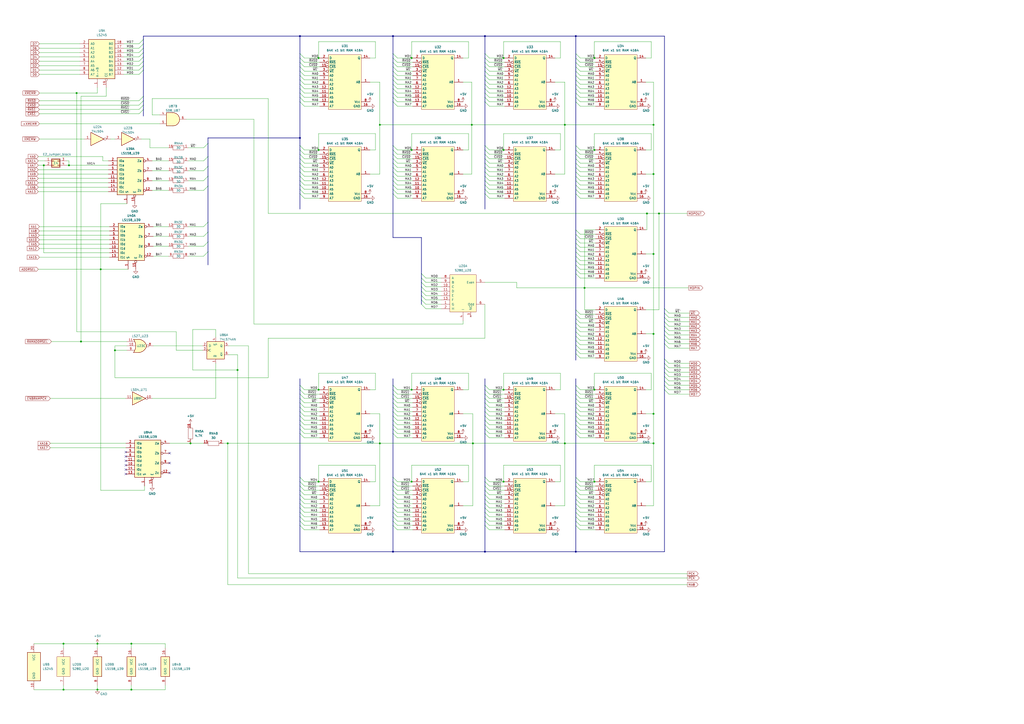
<source format=kicad_sch>
(kicad_sch (version 20230121) (generator eeschema)
  (paper "A2")
  (junction (at 281.305 320.04))
  (junction (at 344.805 279.4))
  (junction (at 220.345 72.39))
  (junction (at 46.99 198.12))
  (junction (at 327.66 257.175))
  (junction (at 184.785 279.4))
  (junction (at 36.83 400.05))
  (junction (at 25.4 95.885))
  (junction (at 227.965 20.955))
  (junction (at 273.685 72.39))
  (junction (at 379.095 240.03))
  (junction (at 36.83 373.38))
  (junction (at 281.305 20.955))
  (junction (at 334.01 20.955))
  (junction (at 184.785 33.655))
  (junction (at 40.005 95.885))
  (junction (at 292.1 86.995))
  (junction (at 334.01 320.04))
  (junction (at 292.1 226.06))
  (junction (at 76.2 373.38))
  (junction (at 238.76 226.06))
  (junction (at 274.32 257.175))
  (junction (at 66.675 203.2))
  (junction (at 344.805 33.655))
  (junction (at 110.49 257.175))
  (junction (at 132.08 257.175))
  (junction (at 220.345 257.175))
  (junction (at 56.515 400.05))
  (junction (at 238.76 279.4))
  (junction (at 379.095 193.675))
  (junction (at 238.76 33.655))
  (junction (at 184.785 86.995))
  (junction (at 227.965 320.04))
  (junction (at 344.805 86.995))
  (junction (at 173.99 80.01))
  (junction (at 379.095 257.175))
  (junction (at 292.1 279.4))
  (junction (at 56.515 373.38))
  (junction (at 375.285 123.825))
  (junction (at 44.45 53.975))
  (junction (at 379.095 72.39))
  (junction (at 173.99 20.955))
  (junction (at 238.76 86.995))
  (junction (at 344.805 226.06))
  (junction (at 184.785 226.06))
  (junction (at 76.2 400.05))
  (junction (at 379.095 147.32))
  (junction (at 327.66 72.39))
  (junction (at 339.09 167.005))
  (junction (at 382.27 123.825))
  (junction (at 292.1 33.655))
  (junction (at 137.795 214.63))
  (junction (at 58.42 156.21))
  (junction (at 379.095 100.965))
  (no_connect (at 98.425 274.32))
  (no_connect (at 73.025 272.415))
  (no_connect (at 98.425 262.89))
  (no_connect (at 73.025 269.875))
  (no_connect (at 73.025 264.795))
  (no_connect (at 73.025 267.335))
  (no_connect (at 98.425 268.605))
  (no_connect (at 73.025 274.955))
  (no_connect (at 73.025 262.255))
  (bus_entry (at 227.965 238.76) (size 2.54 2.54))
  (bus_entry (at 173.99 276.86) (size 2.54 2.54))
  (bus_entry (at 334.01 279.4) (size 2.54 2.54))
  (bus_entry (at 227.965 51.435) (size 2.54 2.54))
  (bus_entry (at 173.99 46.355) (size 2.54 2.54))
  (bus_entry (at 173.99 36.195) (size 2.54 2.54))
  (bus_entry (at 173.99 33.655) (size 2.54 2.54))
  (bus_entry (at 244.475 171.45) (size 2.54 2.54))
  (bus_entry (at 334.01 46.355) (size 2.54 2.54))
  (bus_entry (at 227.965 99.695) (size 2.54 2.54))
  (bus_entry (at 227.965 243.84) (size 2.54 2.54))
  (bus_entry (at 173.99 109.855) (size 2.54 2.54))
  (bus_entry (at 173.99 112.395) (size 2.54 2.54))
  (bus_entry (at 227.965 109.855) (size 2.54 2.54))
  (bus_entry (at 173.99 233.68) (size 2.54 2.54))
  (bus_entry (at 173.99 92.075) (size 2.54 2.54))
  (bus_entry (at 281.305 243.84) (size 2.54 2.54))
  (bus_entry (at 244.475 176.53) (size 2.54 2.54))
  (bus_entry (at 173.99 51.435) (size 2.54 2.54))
  (bus_entry (at 83.185 58.42) (size -2.54 2.54))
  (bus_entry (at 173.99 294.64) (size 2.54 2.54))
  (bus_entry (at 334.01 179.705) (size 2.54 2.54))
  (bus_entry (at 385.445 189.23) (size 2.54 2.54))
  (bus_entry (at 227.965 86.995) (size 2.54 2.54))
  (bus_entry (at 385.445 208.28) (size 2.54 2.54))
  (bus_entry (at 244.475 168.91) (size 2.54 2.54))
  (bus_entry (at 227.965 284.48) (size 2.54 2.54))
  (bus_entry (at 281.305 38.735) (size 2.54 2.54))
  (bus_entry (at 227.965 246.38) (size 2.54 2.54))
  (bus_entry (at 227.965 251.46) (size 2.54 2.54))
  (bus_entry (at 281.305 46.355) (size 2.54 2.54))
  (bus_entry (at 173.99 84.455) (size 2.54 2.54))
  (bus_entry (at 173.99 223.52) (size 2.54 2.54))
  (bus_entry (at 120.65 134.62) (size -2.54 2.54))
  (bus_entry (at 334.01 287.02) (size 2.54 2.54))
  (bus_entry (at 334.01 140.97) (size 2.54 2.54))
  (bus_entry (at 173.99 228.6) (size 2.54 2.54))
  (bus_entry (at 385.445 184.15) (size 2.54 2.54))
  (bus_entry (at 83.185 38.1) (size -2.54 2.54))
  (bus_entry (at 281.305 31.115) (size 2.54 2.54))
  (bus_entry (at 334.01 107.315) (size 2.54 2.54))
  (bus_entry (at 385.445 218.44) (size 2.54 2.54))
  (bus_entry (at 281.305 299.72) (size 2.54 2.54))
  (bus_entry (at 83.185 60.96) (size -2.54 2.54))
  (bus_entry (at 227.965 46.355) (size 2.54 2.54))
  (bus_entry (at 227.965 41.275) (size 2.54 2.54))
  (bus_entry (at 227.965 279.4) (size 2.54 2.54))
  (bus_entry (at 334.01 38.735) (size 2.54 2.54))
  (bus_entry (at 334.01 99.695) (size 2.54 2.54))
  (bus_entry (at 120.65 107.95) (size -2.54 2.54))
  (bus_entry (at 334.01 41.275) (size 2.54 2.54))
  (bus_entry (at 173.99 238.76) (size 2.54 2.54))
  (bus_entry (at 334.01 292.1) (size 2.54 2.54))
  (bus_entry (at 227.965 276.86) (size 2.54 2.54))
  (bus_entry (at 83.185 40.64) (size -2.54 2.54))
  (bus_entry (at 281.305 279.4) (size 2.54 2.54))
  (bus_entry (at 334.01 184.785) (size 2.54 2.54))
  (bus_entry (at 281.305 228.6) (size 2.54 2.54))
  (bus_entry (at 281.305 231.14) (size 2.54 2.54))
  (bus_entry (at 281.305 297.18) (size 2.54 2.54))
  (bus_entry (at 281.305 36.195) (size 2.54 2.54))
  (bus_entry (at 173.99 89.535) (size 2.54 2.54))
  (bus_entry (at 281.305 241.3) (size 2.54 2.54))
  (bus_entry (at 334.01 146.05) (size 2.54 2.54))
  (bus_entry (at 173.99 99.695) (size 2.54 2.54))
  (bus_entry (at 173.99 43.815) (size 2.54 2.54))
  (bus_entry (at 173.99 48.895) (size 2.54 2.54))
  (bus_entry (at 227.965 31.115) (size 2.54 2.54))
  (bus_entry (at 334.01 236.22) (size 2.54 2.54))
  (bus_entry (at 334.01 246.38) (size 2.54 2.54))
  (bus_entry (at 173.99 279.4) (size 2.54 2.54))
  (bus_entry (at 334.01 138.43) (size 2.54 2.54))
  (bus_entry (at 281.305 107.315) (size 2.54 2.54))
  (bus_entry (at 173.99 287.02) (size 2.54 2.54))
  (bus_entry (at 227.965 56.515) (size 2.54 2.54))
  (bus_entry (at 227.965 248.92) (size 2.54 2.54))
  (bus_entry (at 173.99 304.8) (size 2.54 2.54))
  (bus_entry (at 334.01 202.565) (size 2.54 2.54))
  (bus_entry (at 173.99 302.26) (size 2.54 2.54))
  (bus_entry (at 281.305 248.92) (size 2.54 2.54))
  (bus_entry (at 227.965 94.615) (size 2.54 2.54))
  (bus_entry (at 334.01 133.35) (size 2.54 2.54))
  (bus_entry (at 334.01 158.75) (size 2.54 2.54))
  (bus_entry (at 227.965 33.655) (size 2.54 2.54))
  (bus_entry (at 227.965 112.395) (size 2.54 2.54))
  (bus_entry (at 334.01 304.8) (size 2.54 2.54))
  (bus_entry (at 385.445 220.98) (size 2.54 2.54))
  (bus_entry (at 281.305 246.38) (size 2.54 2.54))
  (bus_entry (at 334.01 226.06) (size 2.54 2.54))
  (bus_entry (at 281.305 238.76) (size 2.54 2.54))
  (bus_entry (at 173.99 53.975) (size 2.54 2.54))
  (bus_entry (at 385.445 196.85) (size 2.54 2.54))
  (bus_entry (at 244.475 158.75) (size 2.54 2.54))
  (bus_entry (at 173.99 281.94) (size 2.54 2.54))
  (bus_entry (at 334.01 189.865) (size 2.54 2.54))
  (bus_entry (at 385.445 191.77) (size 2.54 2.54))
  (bus_entry (at 173.99 251.46) (size 2.54 2.54))
  (bus_entry (at 120.65 140.335) (size -2.54 2.54))
  (bus_entry (at 83.185 22.86) (size -2.54 2.54))
  (bus_entry (at 334.01 197.485) (size 2.54 2.54))
  (bus_entry (at 281.305 223.52) (size 2.54 2.54))
  (bus_entry (at 173.99 241.3) (size 2.54 2.54))
  (bus_entry (at 173.99 97.155) (size 2.54 2.54))
  (bus_entry (at 227.965 241.3) (size 2.54 2.54))
  (bus_entry (at 281.305 84.455) (size 2.54 2.54))
  (bus_entry (at 334.01 205.105) (size 2.54 2.54))
  (bus_entry (at 227.965 236.22) (size 2.54 2.54))
  (bus_entry (at 334.01 143.51) (size 2.54 2.54))
  (bus_entry (at 334.01 31.115) (size 2.54 2.54))
  (bus_entry (at 281.305 97.155) (size 2.54 2.54))
  (bus_entry (at 83.185 35.56) (size -2.54 2.54))
  (bus_entry (at 281.305 276.86) (size 2.54 2.54))
  (bus_entry (at 385.445 186.69) (size 2.54 2.54))
  (bus_entry (at 334.01 92.075) (size 2.54 2.54))
  (bus_entry (at 334.01 94.615) (size 2.54 2.54))
  (bus_entry (at 281.305 51.435) (size 2.54 2.54))
  (bus_entry (at 281.305 59.055) (size 2.54 2.54))
  (bus_entry (at 334.01 48.895) (size 2.54 2.54))
  (bus_entry (at 227.965 48.895) (size 2.54 2.54))
  (bus_entry (at 334.01 233.68) (size 2.54 2.54))
  (bus_entry (at 385.445 179.07) (size 2.54 2.54))
  (bus_entry (at 120.65 90.805) (size -2.54 2.54))
  (bus_entry (at 118.11 85.725) (size 2.54 -2.54))
  (bus_entry (at 281.305 48.895) (size 2.54 2.54))
  (bus_entry (at 281.305 284.48) (size 2.54 2.54))
  (bus_entry (at 227.965 36.195) (size 2.54 2.54))
  (bus_entry (at 227.965 102.235) (size 2.54 2.54))
  (bus_entry (at 334.01 43.815) (size 2.54 2.54))
  (bus_entry (at 227.965 297.18) (size 2.54 2.54))
  (bus_entry (at 334.01 187.325) (size 2.54 2.54))
  (bus_entry (at 227.965 104.775) (size 2.54 2.54))
  (bus_entry (at 281.305 236.22) (size 2.54 2.54))
  (bus_entry (at 334.01 243.84) (size 2.54 2.54))
  (bus_entry (at 227.965 292.1) (size 2.54 2.54))
  (bus_entry (at 173.99 231.14) (size 2.54 2.54))
  (bus_entry (at 173.99 226.06) (size 2.54 2.54))
  (bus_entry (at 334.01 156.21) (size 2.54 2.54))
  (bus_entry (at 227.965 228.6) (size 2.54 2.54))
  (bus_entry (at 227.965 294.64) (size 2.54 2.54))
  (bus_entry (at 281.305 304.8) (size 2.54 2.54))
  (bus_entry (at 227.965 281.94) (size 2.54 2.54))
  (bus_entry (at 334.01 238.76) (size 2.54 2.54))
  (bus_entry (at 173.99 299.72) (size 2.54 2.54))
  (bus_entry (at 83.185 63.5) (size -2.54 2.54))
  (bus_entry (at 227.965 304.8) (size 2.54 2.54))
  (bus_entry (at 334.01 151.13) (size 2.54 2.54))
  (bus_entry (at 334.01 56.515) (size 2.54 2.54))
  (bus_entry (at 334.01 51.435) (size 2.54 2.54))
  (bus_entry (at 173.99 246.38) (size 2.54 2.54))
  (bus_entry (at 83.185 55.88) (size -2.54 2.54))
  (bus_entry (at 173.99 243.84) (size 2.54 2.54))
  (bus_entry (at 334.01 102.235) (size 2.54 2.54))
  (bus_entry (at 334.01 281.94) (size 2.54 2.54))
  (bus_entry (at 173.99 284.48) (size 2.54 2.54))
  (bus_entry (at 173.99 248.92) (size 2.54 2.54))
  (bus_entry (at 173.99 236.22) (size 2.54 2.54))
  (bus_entry (at 281.305 94.615) (size 2.54 2.54))
  (bus_entry (at 120.65 146.05) (size -2.54 2.54))
  (bus_entry (at 227.965 53.975) (size 2.54 2.54))
  (bus_entry (at 244.475 173.99) (size 2.54 2.54))
  (bus_entry (at 334.01 294.64) (size 2.54 2.54))
  (bus_entry (at 173.99 289.56) (size 2.54 2.54))
  (bus_entry (at 334.01 59.055) (size 2.54 2.54))
  (bus_entry (at 334.01 299.72) (size 2.54 2.54))
  (bus_entry (at 227.965 92.075) (size 2.54 2.54))
  (bus_entry (at 173.99 297.18) (size 2.54 2.54))
  (bus_entry (at 173.99 104.775) (size 2.54 2.54))
  (bus_entry (at 334.01 297.18) (size 2.54 2.54))
  (bus_entry (at 385.445 181.61) (size 2.54 2.54))
  (bus_entry (at 227.965 89.535) (size 2.54 2.54))
  (bus_entry (at 334.01 84.455) (size 2.54 2.54))
  (bus_entry (at 281.305 281.94) (size 2.54 2.54))
  (bus_entry (at 281.305 56.515) (size 2.54 2.54))
  (bus_entry (at 385.445 210.82) (size 2.54 2.54))
  (bus_entry (at 227.965 231.14) (size 2.54 2.54))
  (bus_entry (at 281.305 226.06) (size 2.54 2.54))
  (bus_entry (at 334.01 289.56) (size 2.54 2.54))
  (bus_entry (at 281.305 112.395) (size 2.54 2.54))
  (bus_entry (at 227.965 289.56) (size 2.54 2.54))
  (bus_entry (at 244.475 163.83) (size 2.54 2.54))
  (bus_entry (at 173.99 59.055) (size 2.54 2.54))
  (bus_entry (at 334.01 112.395) (size 2.54 2.54))
  (bus_entry (at 227.965 59.055) (size 2.54 2.54))
  (bus_entry (at 334.01 251.46) (size 2.54 2.54))
  (bus_entry (at 120.65 128.905) (size -2.54 2.54))
  (bus_entry (at 334.01 284.48) (size 2.54 2.54))
  (bus_entry (at 227.965 223.52) (size 2.54 2.54))
  (bus_entry (at 281.305 294.64) (size 2.54 2.54))
  (bus_entry (at 281.305 104.775) (size 2.54 2.54))
  (bus_entry (at 334.01 36.195) (size 2.54 2.54))
  (bus_entry (at 334.01 33.655) (size 2.54 2.54))
  (bus_entry (at 334.01 53.975) (size 2.54 2.54))
  (bus_entry (at 227.965 107.315) (size 2.54 2.54))
  (bus_entry (at 334.01 192.405) (size 2.54 2.54))
  (bus_entry (at 334.01 194.945) (size 2.54 2.54))
  (bus_entry (at 281.305 289.56) (size 2.54 2.54))
  (bus_entry (at 281.305 251.46) (size 2.54 2.54))
  (bus_entry (at 334.01 182.245) (size 2.54 2.54))
  (bus_entry (at 334.01 153.67) (size 2.54 2.54))
  (bus_entry (at 281.305 53.975) (size 2.54 2.54))
  (bus_entry (at 83.185 30.48) (size -2.54 2.54))
  (bus_entry (at 281.305 109.855) (size 2.54 2.54))
  (bus_entry (at 173.99 107.315) (size 2.54 2.54))
  (bus_entry (at 334.01 97.155) (size 2.54 2.54))
  (bus_entry (at 244.475 161.29) (size 2.54 2.54))
  (bus_entry (at 281.305 302.26) (size 2.54 2.54))
  (bus_entry (at 244.475 166.37) (size 2.54 2.54))
  (bus_entry (at 385.445 213.36) (size 2.54 2.54))
  (bus_entry (at 173.99 102.235) (size 2.54 2.54))
  (bus_entry (at 83.185 33.02) (size -2.54 2.54))
  (bus_entry (at 120.65 102.235) (size -2.54 2.54))
  (bus_entry (at 173.99 94.615) (size 2.54 2.54))
  (bus_entry (at 227.965 43.815) (size 2.54 2.54))
  (bus_entry (at 83.185 25.4) (size -2.54 2.54))
  (bus_entry (at 281.305 89.535) (size 2.54 2.54))
  (bus_entry (at 227.965 38.735) (size 2.54 2.54))
  (bus_entry (at 281.305 41.275) (size 2.54 2.54))
  (bus_entry (at 281.305 33.655) (size 2.54 2.54))
  (bus_entry (at 385.445 194.31) (size 2.54 2.54))
  (bus_entry (at 334.01 228.6) (size 2.54 2.54))
  (bus_entry (at 227.965 233.68) (size 2.54 2.54))
  (bus_entry (at 334.01 276.86) (size 2.54 2.54))
  (bus_entry (at 334.01 302.26) (size 2.54 2.54))
  (bus_entry (at 334.01 86.995) (size 2.54 2.54))
  (bus_entry (at 334.01 248.92) (size 2.54 2.54))
  (bus_entry (at 281.305 287.02) (size 2.54 2.54))
  (bus_entry (at 334.01 109.855) (size 2.54 2.54))
  (bus_entry (at 173.99 41.275) (size 2.54 2.54))
  (bus_entry (at 385.445 226.06) (size 2.54 2.54))
  (bus_entry (at 173.99 31.115) (size 2.54 2.54))
  (bus_entry (at 281.305 99.695) (size 2.54 2.54))
  (bus_entry (at 281.305 102.235) (size 2.54 2.54))
  (bus_entry (at 334.01 135.89) (size 2.54 2.54))
  (bus_entry (at 281.305 92.075) (size 2.54 2.54))
  (bus_entry (at 334.01 241.3) (size 2.54 2.54))
  (bus_entry (at 173.99 56.515) (size 2.54 2.54))
  (bus_entry (at 334.01 89.535) (size 2.54 2.54))
  (bus_entry (at 173.99 292.1) (size 2.54 2.54))
  (bus_entry (at 173.99 86.995) (size 2.54 2.54))
  (bus_entry (at 227.965 84.455) (size 2.54 2.54))
  (bus_entry (at 120.65 96.52) (size -2.54 2.54))
  (bus_entry (at 281.305 292.1) (size 2.54 2.54))
  (bus_entry (at 385.445 215.9) (size 2.54 2.54))
  (bus_entry (at 334.01 104.775) (size 2.54 2.54))
  (bus_entry (at 227.965 299.72) (size 2.54 2.54))
  (bus_entry (at 385.445 223.52) (size 2.54 2.54))
  (bus_entry (at 334.01 200.025) (size 2.54 2.54))
  (bus_entry (at 83.185 27.94) (size -2.54 2.54))
  (bus_entry (at 173.99 38.735) (size 2.54 2.54))
  (bus_entry (at 227.965 97.155) (size 2.54 2.54))
  (bus_entry (at 334.01 148.59) (size 2.54 2.54))
  (bus_entry (at 227.965 226.06) (size 2.54 2.54))
  (bus_entry (at 281.305 43.815) (size 2.54 2.54))
  (bus_entry (at 334.01 223.52) (size 2.54 2.54))
  (bus_entry (at 334.01 231.14) (size 2.54 2.54))
  (bus_entry (at 281.305 86.995) (size 2.54 2.54))
  (bus_entry (at 227.965 287.02) (size 2.54 2.54))
  (bus_entry (at 385.445 199.39) (size 2.54 2.54))
  (bus_entry (at 227.965 302.26) (size 2.54 2.54))
  (bus_entry (at 281.305 233.68) (size 2.54 2.54))
  (wire (pts (xy 230.505 246.38) (xy 239.395 246.38)))
  (bus (pts (xy 334.01 276.86) (xy 334.01 279.4)))
  (wire (pts (xy 238.76 24.13) (xy 238.76 33.655)))
  (bus (pts (xy 227.965 89.535) (xy 227.965 92.075)))
  (bus (pts (xy 83.185 38.1) (xy 83.185 40.64)))
  (wire (pts (xy 58.42 284.48) (xy 83.82 284.48)))
  (wire (pts (xy 184.785 269.875) (xy 184.785 279.4)))
  (wire (pts (xy 88.9 200.66) (xy 117.475 200.66)))
  (wire (pts (xy 377.825 77.47) (xy 344.805 77.47)))
  (wire (pts (xy 283.845 228.6) (xy 292.735 228.6)))
  (wire (pts (xy 283.845 92.075) (xy 292.735 92.075)))
  (bus (pts (xy 334.01 194.945) (xy 334.01 197.485)))
  (bus (pts (xy 281.305 287.02) (xy 281.305 289.56)))
  (wire (pts (xy 283.845 233.68) (xy 292.735 233.68)))
  (wire (pts (xy 73.025 231.14) (xy 29.21 231.14)))
  (bus (pts (xy 173.99 320.04) (xy 227.965 320.04)))
  (wire (pts (xy 374.65 226.06) (xy 377.825 226.06)))
  (wire (pts (xy 274.32 240.03) (xy 274.32 257.175)))
  (wire (pts (xy 155.575 57.15) (xy 155.575 123.825)))
  (wire (pts (xy 283.845 43.815) (xy 292.735 43.815)))
  (bus (pts (xy 227.965 137.795) (xy 244.475 137.795)))
  (bus (pts (xy 281.305 20.955) (xy 281.305 31.115)))
  (bus (pts (xy 334.01 107.315) (xy 334.01 109.855)))
  (bus (pts (xy 281.305 243.84) (xy 281.305 246.38)))
  (wire (pts (xy 336.55 289.56) (xy 345.44 289.56)))
  (wire (pts (xy 176.53 99.695) (xy 185.42 99.695)))
  (bus (pts (xy 227.965 33.655) (xy 227.965 36.195)))
  (wire (pts (xy 230.505 97.155) (xy 239.395 97.155)))
  (wire (pts (xy 220.345 100.965) (xy 220.345 72.39)))
  (bus (pts (xy 334.01 53.975) (xy 334.01 56.515)))
  (wire (pts (xy 271.78 216.535) (xy 238.76 216.535)))
  (bus (pts (xy 334.01 187.325) (xy 334.01 189.865)))
  (wire (pts (xy 283.845 246.38) (xy 292.735 246.38)))
  (wire (pts (xy 73.66 198.12) (xy 46.99 198.12)))
  (bus (pts (xy 173.99 92.075) (xy 173.99 94.615)))
  (bus (pts (xy 173.99 251.46) (xy 173.99 276.86)))
  (wire (pts (xy 184.785 86.995) (xy 185.42 86.995)))
  (bus (pts (xy 83.185 33.02) (xy 83.185 35.56)))
  (wire (pts (xy 247.015 171.45) (xy 255.905 171.45)))
  (bus (pts (xy 281.305 299.72) (xy 281.305 302.26)))
  (wire (pts (xy 238.76 33.655) (xy 239.395 33.655)))
  (wire (pts (xy 283.845 243.84) (xy 292.735 243.84)))
  (bus (pts (xy 281.305 226.06) (xy 281.305 228.6)))
  (bus (pts (xy 173.99 31.115) (xy 173.99 33.655)))
  (bus (pts (xy 334.01 148.59) (xy 334.01 151.13)))
  (wire (pts (xy 247.015 166.37) (xy 255.905 166.37)))
  (wire (pts (xy 97.79 137.16) (xy 88.9 137.16)))
  (wire (pts (xy 59.69 93.345) (xy 62.865 93.345)))
  (bus (pts (xy 334.01 48.895) (xy 334.01 51.435)))
  (wire (pts (xy 22.86 43.18) (xy 46.355 43.18)))
  (bus (pts (xy 281.305 223.52) (xy 281.305 226.06)))
  (wire (pts (xy 387.985 199.39) (xy 400.05 199.39)))
  (bus (pts (xy 334.01 109.855) (xy 334.01 112.395)))
  (wire (pts (xy 344.805 86.995) (xy 345.44 86.995)))
  (wire (pts (xy 125.095 231.14) (xy 125.095 210.82)))
  (wire (pts (xy 336.55 200.025) (xy 345.44 200.025)))
  (bus (pts (xy 334.01 43.815) (xy 334.01 46.355)))
  (wire (pts (xy 214.63 240.03) (xy 220.345 240.03)))
  (wire (pts (xy 283.845 114.935) (xy 292.735 114.935)))
  (bus (pts (xy 334.01 182.245) (xy 334.01 184.785)))
  (wire (pts (xy 59.69 90.805) (xy 59.69 93.345)))
  (wire (pts (xy 336.55 109.855) (xy 345.44 109.855)))
  (wire (pts (xy 281.305 196.215) (xy 281.305 176.53)))
  (wire (pts (xy 283.845 41.275) (xy 292.735 41.275)))
  (wire (pts (xy 283.845 236.22) (xy 292.735 236.22)))
  (wire (pts (xy 230.505 236.22) (xy 239.395 236.22)))
  (wire (pts (xy 377.825 24.13) (xy 344.805 24.13)))
  (wire (pts (xy 144.145 332.74) (xy 398.78 332.74)))
  (bus (pts (xy 334.01 289.56) (xy 334.01 292.1)))
  (bus (pts (xy 173.99 53.975) (xy 173.99 56.515)))
  (wire (pts (xy 327.66 257.175) (xy 379.095 257.175)))
  (wire (pts (xy 230.505 112.395) (xy 239.395 112.395)))
  (wire (pts (xy 111.76 214.63) (xy 111.76 191.135)))
  (wire (pts (xy 22.225 106.045) (xy 62.865 106.045)))
  (wire (pts (xy 66.675 203.2) (xy 66.675 219.075)))
  (wire (pts (xy 283.845 299.72) (xy 292.735 299.72)))
  (bus (pts (xy 173.99 84.455) (xy 173.99 86.995)))
  (wire (pts (xy 230.505 107.315) (xy 239.395 107.315)))
  (wire (pts (xy 137.795 335.28) (xy 137.795 214.63)))
  (bus (pts (xy 173.99 302.26) (xy 173.99 304.8)))
  (bus (pts (xy 281.305 294.64) (xy 281.305 297.18)))
  (wire (pts (xy 387.985 223.52) (xy 400.05 223.52)))
  (wire (pts (xy 230.505 38.735) (xy 239.395 38.735)))
  (bus (pts (xy 227.965 297.18) (xy 227.965 299.72)))
  (wire (pts (xy 374.65 179.705) (xy 382.27 179.705)))
  (bus (pts (xy 244.475 137.795) (xy 244.475 158.75)))
  (wire (pts (xy 176.53 94.615) (xy 185.42 94.615)))
  (wire (pts (xy 217.805 33.655) (xy 217.805 24.13)))
  (bus (pts (xy 173.99 104.775) (xy 173.99 107.315)))
  (bus (pts (xy 334.01 99.695) (xy 334.01 102.235)))
  (bus (pts (xy 173.99 80.01) (xy 120.65 80.01)))
  (wire (pts (xy 336.55 156.21) (xy 345.44 156.21)))
  (wire (pts (xy 22.225 93.345) (xy 26.035 93.345)))
  (wire (pts (xy 321.945 279.4) (xy 325.12 279.4)))
  (wire (pts (xy 292.1 33.655) (xy 292.735 33.655)))
  (wire (pts (xy 268.605 100.965) (xy 273.685 100.965)))
  (wire (pts (xy 336.55 281.94) (xy 345.44 281.94)))
  (wire (pts (xy 344.805 33.655) (xy 345.44 33.655)))
  (bus (pts (xy 334.01 231.14) (xy 334.01 233.68)))
  (wire (pts (xy 325.12 226.06) (xy 325.12 216.535)))
  (wire (pts (xy 321.945 240.03) (xy 327.66 240.03)))
  (wire (pts (xy 379.095 100.965) (xy 379.095 72.39)))
  (wire (pts (xy 283.845 307.34) (xy 292.735 307.34)))
  (wire (pts (xy 374.65 147.32) (xy 379.095 147.32)))
  (wire (pts (xy 336.55 302.26) (xy 345.44 302.26)))
  (bus (pts (xy 385.445 213.36) (xy 385.445 215.9)))
  (bus (pts (xy 334.01 228.6) (xy 334.01 231.14)))
  (wire (pts (xy 46.99 55.88) (xy 46.99 198.12)))
  (bus (pts (xy 334.01 304.8) (xy 334.01 320.04)))
  (wire (pts (xy 217.805 77.47) (xy 184.785 77.47)))
  (wire (pts (xy 118.11 104.775) (xy 109.22 104.775)))
  (wire (pts (xy 247.015 168.91) (xy 255.905 168.91)))
  (wire (pts (xy 325.12 269.875) (xy 292.1 269.875)))
  (wire (pts (xy 176.53 112.395) (xy 185.42 112.395)))
  (wire (pts (xy 155.575 196.215) (xy 281.305 196.215)))
  (bus (pts (xy 281.305 292.1) (xy 281.305 294.64)))
  (wire (pts (xy 292.1 226.06) (xy 292.735 226.06)))
  (wire (pts (xy 230.505 241.3) (xy 239.395 241.3)))
  (bus (pts (xy 173.99 97.155) (xy 173.99 99.695)))
  (bus (pts (xy 334.01 31.115) (xy 334.01 33.655)))
  (wire (pts (xy 238.76 279.4) (xy 239.395 279.4)))
  (wire (pts (xy 230.505 251.46) (xy 239.395 251.46)))
  (bus (pts (xy 173.99 38.735) (xy 173.99 41.275)))
  (bus (pts (xy 227.965 20.955) (xy 227.965 31.115)))
  (wire (pts (xy 283.845 289.56) (xy 292.735 289.56)))
  (wire (pts (xy 230.505 48.895) (xy 239.395 48.895)))
  (bus (pts (xy 173.99 233.68) (xy 173.99 236.22)))
  (wire (pts (xy 176.53 251.46) (xy 185.42 251.46)))
  (wire (pts (xy 271.78 33.655) (xy 271.78 24.13)))
  (bus (pts (xy 173.99 51.435) (xy 173.99 53.975)))
  (wire (pts (xy 336.55 51.435) (xy 345.44 51.435)))
  (wire (pts (xy 22.225 103.505) (xy 62.865 103.505)))
  (bus (pts (xy 334.01 51.435) (xy 334.01 53.975)))
  (wire (pts (xy 176.53 307.34) (xy 185.42 307.34)))
  (wire (pts (xy 176.53 51.435) (xy 185.42 51.435)))
  (wire (pts (xy 321.945 226.06) (xy 325.12 226.06)))
  (bus (pts (xy 227.965 53.975) (xy 227.965 56.515)))
  (wire (pts (xy 336.55 46.355) (xy 345.44 46.355)))
  (wire (pts (xy 283.845 61.595) (xy 292.735 61.595)))
  (wire (pts (xy 336.55 138.43) (xy 345.44 138.43)))
  (wire (pts (xy 22.86 80.645) (xy 48.895 80.645)))
  (wire (pts (xy 56.515 373.38) (xy 76.2 373.38)))
  (wire (pts (xy 336.55 148.59) (xy 345.44 148.59)))
  (bus (pts (xy 334.01 292.1) (xy 334.01 294.64)))
  (bus (pts (xy 281.305 320.04) (xy 334.01 320.04)))
  (wire (pts (xy 336.55 146.05) (xy 345.44 146.05)))
  (wire (pts (xy 220.345 293.37) (xy 220.345 257.175)))
  (wire (pts (xy 374.65 133.35) (xy 375.285 133.35)))
  (wire (pts (xy 387.985 189.23) (xy 400.05 189.23)))
  (bus (pts (xy 173.99 94.615) (xy 173.99 97.155)))
  (wire (pts (xy 230.505 61.595) (xy 239.395 61.595)))
  (wire (pts (xy 217.805 216.535) (xy 184.785 216.535)))
  (wire (pts (xy 220.345 240.03) (xy 220.345 257.175)))
  (bus (pts (xy 334.01 36.195) (xy 334.01 38.735)))
  (bus (pts (xy 334.01 59.055) (xy 334.01 84.455)))
  (bus (pts (xy 334.01 294.64) (xy 334.01 297.18)))
  (wire (pts (xy 387.985 196.85) (xy 400.05 196.85)))
  (bus (pts (xy 281.305 46.355) (xy 281.305 48.895)))
  (bus (pts (xy 334.01 102.235) (xy 334.01 104.775)))
  (wire (pts (xy 22.225 111.125) (xy 62.865 111.125)))
  (wire (pts (xy 176.53 294.64) (xy 185.42 294.64)))
  (bus (pts (xy 334.01 205.105) (xy 334.01 208.915)))
  (bus (pts (xy 281.305 279.4) (xy 281.305 281.94)))
  (bus (pts (xy 281.305 102.235) (xy 281.305 104.775)))
  (bus (pts (xy 227.965 243.84) (xy 227.965 246.38)))
  (bus (pts (xy 334.01 135.89) (xy 334.01 138.43)))
  (bus (pts (xy 227.965 236.22) (xy 227.965 238.76)))
  (bus (pts (xy 227.965 304.8) (xy 227.965 320.04)))
  (wire (pts (xy 176.53 299.72) (xy 185.42 299.72)))
  (bus (pts (xy 334.01 189.865) (xy 334.01 192.405)))
  (bus (pts (xy 120.65 146.05) (xy 120.65 153.67)))
  (wire (pts (xy 176.53 246.38) (xy 185.42 246.38)))
  (bus (pts (xy 227.965 320.04) (xy 281.305 320.04)))
  (wire (pts (xy 387.985 191.77) (xy 400.05 191.77)))
  (wire (pts (xy 268.605 279.4) (xy 271.78 279.4)))
  (wire (pts (xy 22.86 131.445) (xy 63.5 131.445)))
  (bus (pts (xy 227.965 279.4) (xy 227.965 281.94)))
  (wire (pts (xy 336.55 99.695) (xy 345.44 99.695)))
  (bus (pts (xy 281.305 238.76) (xy 281.305 241.3)))
  (wire (pts (xy 118.11 142.875) (xy 109.22 142.875)))
  (wire (pts (xy 321.945 33.655) (xy 325.12 33.655)))
  (wire (pts (xy 374.65 47.625) (xy 379.095 47.625)))
  (wire (pts (xy 387.985 186.69) (xy 400.05 186.69)))
  (wire (pts (xy 274.32 293.37) (xy 274.32 257.175)))
  (bus (pts (xy 83.185 20.955) (xy 173.99 20.955)))
  (wire (pts (xy 230.505 104.775) (xy 239.395 104.775)))
  (wire (pts (xy 230.505 281.94) (xy 239.395 281.94)))
  (bus (pts (xy 227.965 99.695) (xy 227.965 102.235)))
  (wire (pts (xy 176.53 248.92) (xy 185.42 248.92)))
  (wire (pts (xy 44.45 192.405) (xy 102.235 192.405)))
  (bus (pts (xy 281.305 104.775) (xy 281.305 107.315)))
  (bus (pts (xy 173.99 294.64) (xy 173.99 297.18)))
  (wire (pts (xy 61.595 55.88) (xy 46.99 55.88)))
  (wire (pts (xy 80.645 43.18) (xy 71.755 43.18)))
  (wire (pts (xy 283.845 94.615) (xy 292.735 94.615)))
  (wire (pts (xy 66.675 200.66) (xy 66.675 203.2)))
  (wire (pts (xy 336.55 231.14) (xy 345.44 231.14)))
  (wire (pts (xy 230.505 292.1) (xy 239.395 292.1)))
  (bus (pts (xy 227.965 246.38) (xy 227.965 248.92)))
  (bus (pts (xy 173.99 231.14) (xy 173.99 233.68)))
  (wire (pts (xy 273.685 100.965) (xy 273.685 72.39)))
  (bus (pts (xy 227.965 36.195) (xy 227.965 38.735)))
  (bus (pts (xy 120.65 107.95) (xy 120.65 128.905)))
  (wire (pts (xy 247.015 176.53) (xy 255.905 176.53)))
  (bus (pts (xy 227.965 46.355) (xy 227.965 48.895)))
  (wire (pts (xy 184.785 216.535) (xy 184.785 226.06)))
  (wire (pts (xy 56.515 397.51) (xy 56.515 400.05)))
  (wire (pts (xy 184.785 33.655) (xy 185.42 33.655)))
  (wire (pts (xy 176.53 281.94) (xy 185.42 281.94)))
  (wire (pts (xy 387.985 228.6) (xy 400.05 228.6)))
  (wire (pts (xy 230.505 279.4) (xy 238.76 279.4)))
  (bus (pts (xy 173.99 219.71) (xy 173.99 223.52)))
  (bus (pts (xy 281.305 53.975) (xy 281.305 56.515)))
  (wire (pts (xy 336.55 251.46) (xy 345.44 251.46)))
  (bus (pts (xy 83.185 25.4) (xy 83.185 27.94)))
  (wire (pts (xy 95.885 373.38) (xy 95.885 375.92)))
  (wire (pts (xy 220.345 72.39) (xy 220.345 47.625)))
  (wire (pts (xy 238.76 216.535) (xy 238.76 226.06)))
  (wire (pts (xy 336.55 299.72) (xy 345.44 299.72)))
  (bus (pts (xy 173.99 33.655) (xy 173.99 36.195)))
  (bus (pts (xy 385.445 179.07) (xy 385.445 181.61)))
  (wire (pts (xy 129.54 257.175) (xy 132.08 257.175)))
  (wire (pts (xy 336.55 207.645) (xy 345.44 207.645)))
  (bus (pts (xy 227.965 94.615) (xy 227.965 97.155)))
  (wire (pts (xy 217.805 86.995) (xy 217.805 77.47)))
  (wire (pts (xy 184.785 279.4) (xy 185.42 279.4)))
  (wire (pts (xy 292.1 279.4) (xy 292.735 279.4)))
  (wire (pts (xy 22.86 27.94) (xy 46.355 27.94)))
  (wire (pts (xy 230.505 51.435) (xy 239.395 51.435)))
  (wire (pts (xy 97.79 142.875) (xy 88.9 142.875)))
  (bus (pts (xy 120.65 140.335) (xy 120.65 146.05)))
  (wire (pts (xy 137.795 205.74) (xy 137.795 214.63)))
  (bus (pts (xy 227.965 281.94) (xy 227.965 284.48)))
  (wire (pts (xy 230.505 41.275) (xy 239.395 41.275)))
  (bus (pts (xy 334.01 84.455) (xy 334.01 86.995)))
  (wire (pts (xy 102.235 192.405) (xy 102.235 203.2)))
  (bus (pts (xy 227.965 223.52) (xy 227.965 226.06)))
  (bus (pts (xy 334.01 151.13) (xy 334.01 153.67)))
  (bus (pts (xy 281.305 20.955) (xy 334.01 20.955)))
  (bus (pts (xy 227.965 38.735) (xy 227.965 41.275)))
  (bus (pts (xy 227.965 292.1) (xy 227.965 294.64)))
  (bus (pts (xy 385.445 189.23) (xy 385.445 191.77)))
  (wire (pts (xy 29.21 257.175) (xy 73.025 257.175)))
  (wire (pts (xy 80.645 25.4) (xy 71.755 25.4)))
  (bus (pts (xy 334.01 156.21) (xy 334.01 158.75)))
  (wire (pts (xy 184.785 226.06) (xy 185.42 226.06)))
  (wire (pts (xy 336.55 182.245) (xy 345.44 182.245)))
  (wire (pts (xy 268.605 33.655) (xy 271.78 33.655)))
  (bus (pts (xy 281.305 219.71) (xy 281.305 223.52)))
  (wire (pts (xy 22.86 38.1) (xy 46.355 38.1)))
  (wire (pts (xy 325.12 33.655) (xy 325.12 24.13)))
  (wire (pts (xy 214.63 279.4) (xy 217.805 279.4)))
  (bus (pts (xy 227.965 104.775) (xy 227.965 107.315)))
  (wire (pts (xy 336.55 56.515) (xy 345.44 56.515)))
  (wire (pts (xy 230.505 289.56) (xy 239.395 289.56)))
  (wire (pts (xy 176.53 36.195) (xy 185.42 36.195)))
  (wire (pts (xy 214.63 86.995) (xy 217.805 86.995)))
  (bus (pts (xy 281.305 99.695) (xy 281.305 102.235)))
  (wire (pts (xy 230.505 233.68) (xy 239.395 233.68)))
  (wire (pts (xy 321.945 47.625) (xy 327.66 47.625)))
  (wire (pts (xy 283.845 46.355) (xy 292.735 46.355)))
  (wire (pts (xy 336.55 161.29) (xy 345.44 161.29)))
  (wire (pts (xy 327.66 240.03) (xy 327.66 257.175)))
  (bus (pts (xy 334.01 287.02) (xy 334.01 289.56)))
  (bus (pts (xy 334.01 143.51) (xy 334.01 146.05)))
  (wire (pts (xy 283.845 51.435) (xy 292.735 51.435)))
  (bus (pts (xy 173.99 289.56) (xy 173.99 292.1)))
  (bus (pts (xy 334.01 281.94) (xy 334.01 284.48)))
  (wire (pts (xy 22.225 98.425) (xy 62.865 98.425)))
  (bus (pts (xy 227.965 92.075) (xy 227.965 94.615)))
  (wire (pts (xy 271.78 77.47) (xy 238.76 77.47)))
  (wire (pts (xy 283.845 238.76) (xy 292.735 238.76)))
  (bus (pts (xy 281.305 231.14) (xy 281.305 233.68)))
  (wire (pts (xy 125.095 191.135) (xy 125.095 195.58)))
  (wire (pts (xy 230.505 53.975) (xy 239.395 53.975)))
  (wire (pts (xy 176.53 231.14) (xy 185.42 231.14)))
  (wire (pts (xy 283.845 292.1) (xy 292.735 292.1)))
  (bus (pts (xy 281.305 233.68) (xy 281.305 236.22)))
  (wire (pts (xy 92.71 66.675) (xy 88.265 66.675)))
  (wire (pts (xy 76.2 373.38) (xy 76.2 375.92)))
  (bus (pts (xy 173.99 281.94) (xy 173.99 284.48)))
  (wire (pts (xy 283.845 251.46) (xy 292.735 251.46)))
  (bus (pts (xy 173.99 41.275) (xy 173.99 43.815)))
  (wire (pts (xy 292.1 86.995) (xy 292.735 86.995)))
  (wire (pts (xy 374.65 193.675) (xy 379.095 193.675)))
  (wire (pts (xy 98.425 257.175) (xy 110.49 257.175)))
  (wire (pts (xy 247.015 163.83) (xy 255.905 163.83)))
  (bus (pts (xy 83.185 40.64) (xy 83.185 55.88)))
  (bus (pts (xy 281.305 43.815) (xy 281.305 46.355)))
  (wire (pts (xy 336.55 246.38) (xy 345.44 246.38)))
  (wire (pts (xy 325.12 77.47) (xy 292.1 77.47)))
  (bus (pts (xy 173.99 46.355) (xy 173.99 48.895)))
  (bus (pts (xy 334.01 146.05) (xy 334.01 148.59)))
  (bus (pts (xy 227.965 299.72) (xy 227.965 302.26)))
  (wire (pts (xy 88.265 66.675) (xy 88.265 57.15)))
  (wire (pts (xy 336.55 114.935) (xy 345.44 114.935)))
  (wire (pts (xy 118.11 93.345) (xy 109.22 93.345)))
  (wire (pts (xy 327.66 293.37) (xy 327.66 257.175)))
  (bus (pts (xy 120.65 96.52) (xy 120.65 102.235)))
  (wire (pts (xy 73.66 200.66) (xy 66.675 200.66)))
  (bus (pts (xy 385.445 208.28) (xy 385.445 210.82)))
  (bus (pts (xy 227.965 84.455) (xy 227.965 86.995)))
  (wire (pts (xy 283.845 302.26) (xy 292.735 302.26)))
  (wire (pts (xy 176.53 92.075) (xy 185.42 92.075)))
  (wire (pts (xy 176.53 233.68) (xy 185.42 233.68)))
  (wire (pts (xy 80.645 60.96) (xy 22.86 60.96)))
  (wire (pts (xy 88.265 231.14) (xy 125.095 231.14)))
  (bus (pts (xy 385.445 218.44) (xy 385.445 220.98)))
  (bus (pts (xy 227.965 86.995) (xy 227.965 89.535)))
  (wire (pts (xy 327.66 100.965) (xy 327.66 72.39)))
  (wire (pts (xy 283.845 89.535) (xy 292.735 89.535)))
  (wire (pts (xy 40.005 93.345) (xy 40.005 95.885)))
  (wire (pts (xy 283.845 107.315) (xy 292.735 107.315)))
  (wire (pts (xy 176.53 109.855) (xy 185.42 109.855)))
  (bus (pts (xy 173.99 112.395) (xy 173.99 121.285)))
  (bus (pts (xy 227.965 48.895) (xy 227.965 51.435)))
  (bus (pts (xy 281.305 48.895) (xy 281.305 51.435)))
  (wire (pts (xy 336.55 279.4) (xy 344.805 279.4)))
  (bus (pts (xy 334.01 94.615) (xy 334.01 97.155)))
  (wire (pts (xy 230.505 99.695) (xy 239.395 99.695)))
  (wire (pts (xy 44.45 53.975) (xy 22.86 53.975)))
  (bus (pts (xy 334.01 89.535) (xy 334.01 92.075)))
  (wire (pts (xy 344.805 77.47) (xy 344.805 86.995)))
  (bus (pts (xy 244.475 168.91) (xy 244.475 171.45)))
  (wire (pts (xy 102.235 203.2) (xy 117.475 203.2)))
  (bus (pts (xy 83.185 63.5) (xy 83.185 67.31)))
  (wire (pts (xy 336.55 41.275) (xy 345.44 41.275)))
  (wire (pts (xy 336.55 187.325) (xy 345.44 187.325)))
  (wire (pts (xy 325.12 86.995) (xy 325.12 77.47)))
  (bus (pts (xy 173.99 243.84) (xy 173.99 246.38)))
  (wire (pts (xy 387.985 181.61) (xy 400.05 181.61)))
  (wire (pts (xy 283.845 38.735) (xy 292.735 38.735)))
  (wire (pts (xy 230.505 89.535) (xy 239.395 89.535)))
  (wire (pts (xy 336.55 107.315) (xy 345.44 107.315)))
  (wire (pts (xy 176.53 226.06) (xy 184.785 226.06)))
  (bus (pts (xy 281.305 92.075) (xy 281.305 94.615)))
  (bus (pts (xy 334.01 223.52) (xy 334.01 226.06)))
  (wire (pts (xy 336.55 194.945) (xy 345.44 194.945)))
  (wire (pts (xy 58.42 156.21) (xy 58.42 284.48)))
  (bus (pts (xy 227.965 219.71) (xy 227.965 223.52)))
  (wire (pts (xy 377.825 226.06) (xy 377.825 216.535)))
  (wire (pts (xy 377.825 279.4) (xy 377.825 269.875)))
  (wire (pts (xy 345.44 179.705) (xy 339.09 179.705)))
  (wire (pts (xy 336.55 233.68) (xy 345.44 233.68)))
  (wire (pts (xy 283.845 59.055) (xy 292.735 59.055)))
  (wire (pts (xy 80.645 58.42) (xy 22.86 58.42)))
  (wire (pts (xy 336.55 202.565) (xy 345.44 202.565)))
  (bus (pts (xy 120.65 80.01) (xy 120.65 83.185)))
  (wire (pts (xy 176.53 89.535) (xy 185.42 89.535)))
  (wire (pts (xy 22.225 95.885) (xy 25.4 95.885)))
  (wire (pts (xy 22.86 25.4) (xy 46.355 25.4)))
  (bus (pts (xy 334.01 248.92) (xy 334.01 251.46)))
  (wire (pts (xy 336.55 112.395) (xy 345.44 112.395)))
  (wire (pts (xy 271.78 279.4) (xy 271.78 269.875)))
  (wire (pts (xy 176.53 48.895) (xy 185.42 48.895)))
  (wire (pts (xy 36.83 400.05) (xy 56.515 400.05)))
  (bus (pts (xy 385.445 196.85) (xy 385.445 199.39)))
  (bus (pts (xy 334.01 112.395) (xy 334.01 133.35)))
  (bus (pts (xy 173.99 238.76) (xy 173.99 241.3)))
  (bus (pts (xy 227.965 251.46) (xy 227.965 276.86)))
  (bus (pts (xy 281.305 107.315) (xy 281.305 109.855)))
  (wire (pts (xy 283.845 112.395) (xy 292.735 112.395)))
  (bus (pts (xy 244.475 173.99) (xy 244.475 176.53)))
  (wire (pts (xy 230.505 59.055) (xy 239.395 59.055)))
  (wire (pts (xy 292.1 77.47) (xy 292.1 86.995)))
  (wire (pts (xy 80.645 66.04) (xy 22.86 66.04)))
  (bus (pts (xy 173.99 20.955) (xy 173.99 31.115)))
  (wire (pts (xy 374.65 100.965) (xy 379.095 100.965)))
  (bus (pts (xy 227.965 248.92) (xy 227.965 251.46)))
  (wire (pts (xy 336.55 238.76) (xy 345.44 238.76)))
  (wire (pts (xy 214.63 100.965) (xy 220.345 100.965)))
  (wire (pts (xy 176.53 292.1) (xy 185.42 292.1)))
  (bus (pts (xy 227.965 289.56) (xy 227.965 292.1)))
  (wire (pts (xy 36.83 373.38) (xy 56.515 373.38)))
  (bus (pts (xy 334.01 297.18) (xy 334.01 299.72)))
  (bus (pts (xy 385.445 186.69) (xy 385.445 189.23)))
  (bus (pts (xy 281.305 112.395) (xy 281.305 121.285)))
  (wire (pts (xy 344.805 216.535) (xy 344.805 226.06)))
  (wire (pts (xy 382.27 179.705) (xy 382.27 123.825)))
  (bus (pts (xy 334.01 246.38) (xy 334.01 248.92)))
  (wire (pts (xy 268.605 187.96) (xy 268.605 186.055)))
  (wire (pts (xy 375.285 123.825) (xy 382.27 123.825)))
  (wire (pts (xy 22.86 141.605) (xy 63.5 141.605)))
  (bus (pts (xy 227.965 51.435) (xy 227.965 53.975)))
  (wire (pts (xy 336.55 197.485) (xy 345.44 197.485)))
  (wire (pts (xy 379.095 193.675) (xy 379.095 147.32)))
  (bus (pts (xy 227.965 109.855) (xy 227.965 112.395)))
  (bus (pts (xy 385.445 184.15) (xy 385.445 186.69)))
  (wire (pts (xy 379.095 72.39) (xy 327.66 72.39)))
  (bus (pts (xy 173.99 43.815) (xy 173.99 46.355)))
  (bus (pts (xy 83.185 22.86) (xy 83.185 25.4)))
  (bus (pts (xy 334.01 153.67) (xy 334.01 156.21)))
  (wire (pts (xy 379.095 240.03) (xy 379.095 193.675)))
  (bus (pts (xy 173.99 287.02) (xy 173.99 289.56)))
  (wire (pts (xy 283.845 86.995) (xy 292.1 86.995)))
  (wire (pts (xy 22.86 133.985) (xy 63.5 133.985)))
  (wire (pts (xy 86.995 80.645) (xy 86.995 85.725)))
  (bus (pts (xy 281.305 59.055) (xy 281.305 84.455)))
  (wire (pts (xy 336.55 241.3) (xy 345.44 241.3)))
  (bus (pts (xy 281.305 38.735) (xy 281.305 41.275)))
  (wire (pts (xy 339.09 179.705) (xy 339.09 167.005)))
  (wire (pts (xy 336.55 94.615) (xy 345.44 94.615)))
  (wire (pts (xy 299.72 167.005) (xy 339.09 167.005)))
  (wire (pts (xy 379.095 257.175) (xy 379.095 240.03)))
  (wire (pts (xy 44.45 53.975) (xy 44.45 192.405)))
  (wire (pts (xy 230.505 102.235) (xy 239.395 102.235)))
  (wire (pts (xy 132.08 257.175) (xy 220.345 257.175)))
  (wire (pts (xy 230.505 248.92) (xy 239.395 248.92)))
  (wire (pts (xy 292.1 216.535) (xy 292.1 226.06)))
  (bus (pts (xy 173.99 102.235) (xy 173.99 104.775)))
  (bus (pts (xy 244.475 158.75) (xy 244.475 161.29)))
  (wire (pts (xy 80.645 38.1) (xy 71.755 38.1)))
  (wire (pts (xy 387.985 215.9) (xy 400.05 215.9)))
  (bus (pts (xy 173.99 59.055) (xy 173.99 80.01)))
  (wire (pts (xy 176.53 41.275) (xy 185.42 41.275)))
  (wire (pts (xy 339.09 133.35) (xy 339.09 167.005)))
  (wire (pts (xy 176.53 53.975) (xy 185.42 53.975)))
  (bus (pts (xy 334.01 41.275) (xy 334.01 43.815)))
  (wire (pts (xy 220.345 257.175) (xy 274.32 257.175)))
  (wire (pts (xy 147.32 187.96) (xy 268.605 187.96)))
  (bus (pts (xy 173.99 228.6) (xy 173.99 231.14)))
  (wire (pts (xy 132.715 200.66) (xy 144.145 200.66)))
  (wire (pts (xy 283.845 102.235) (xy 292.735 102.235)))
  (bus (pts (xy 173.99 56.515) (xy 173.99 59.055)))
  (wire (pts (xy 230.505 109.855) (xy 239.395 109.855)))
  (bus (pts (xy 244.475 163.83) (xy 244.475 166.37)))
  (wire (pts (xy 80.645 33.02) (xy 71.755 33.02)))
  (bus (pts (xy 173.99 89.535) (xy 173.99 92.075)))
  (wire (pts (xy 283.845 241.3) (xy 292.735 241.3)))
  (wire (pts (xy 56.515 400.05) (xy 76.2 400.05)))
  (wire (pts (xy 22.86 33.02) (xy 46.355 33.02)))
  (wire (pts (xy 176.53 102.235) (xy 185.42 102.235)))
  (bus (pts (xy 227.965 294.64) (xy 227.965 297.18)))
  (bus (pts (xy 227.965 228.6) (xy 227.965 231.14)))
  (wire (pts (xy 336.55 292.1) (xy 345.44 292.1)))
  (wire (pts (xy 336.55 135.89) (xy 345.44 135.89)))
  (bus (pts (xy 385.445 223.52) (xy 385.445 226.06)))
  (bus (pts (xy 83.185 58.42) (xy 83.185 60.96)))
  (bus (pts (xy 173.99 109.855) (xy 173.99 112.395)))
  (bus (pts (xy 120.65 134.62) (xy 120.65 140.335)))
  (wire (pts (xy 271.78 24.13) (xy 238.76 24.13)))
  (bus (pts (xy 173.99 223.52) (xy 173.99 226.06)))
  (wire (pts (xy 377.825 216.535) (xy 344.805 216.535)))
  (bus (pts (xy 173.99 241.3) (xy 173.99 243.84)))
  (wire (pts (xy 86.995 85.725) (xy 97.79 85.725)))
  (wire (pts (xy 19.685 400.05) (xy 36.83 400.05)))
  (wire (pts (xy 345.44 133.35) (xy 339.09 133.35)))
  (wire (pts (xy 283.845 53.975) (xy 292.735 53.975)))
  (wire (pts (xy 107.95 69.215) (xy 147.32 69.215)))
  (wire (pts (xy 19.685 373.38) (xy 36.83 373.38)))
  (bus (pts (xy 334.01 320.04) (xy 385.445 320.04)))
  (wire (pts (xy 344.805 226.06) (xy 345.44 226.06)))
  (bus (pts (xy 281.305 241.3) (xy 281.305 243.84)))
  (wire (pts (xy 176.53 59.055) (xy 185.42 59.055)))
  (bus (pts (xy 385.445 215.9) (xy 385.445 218.44)))
  (wire (pts (xy 22.225 100.965) (xy 62.865 100.965)))
  (wire (pts (xy 336.55 92.075) (xy 345.44 92.075)))
  (wire (pts (xy 230.505 287.02) (xy 239.395 287.02)))
  (bus (pts (xy 83.185 55.88) (xy 83.185 58.42)))
  (bus (pts (xy 244.475 166.37) (xy 244.475 168.91)))
  (bus (pts (xy 173.99 292.1) (xy 173.99 294.64)))
  (bus (pts (xy 334.01 202.565) (xy 334.01 205.105)))
  (wire (pts (xy 281.305 163.83) (xy 299.72 163.83)))
  (wire (pts (xy 230.505 56.515) (xy 239.395 56.515)))
  (wire (pts (xy 80.645 63.5) (xy 22.86 63.5)))
  (wire (pts (xy 238.76 226.06) (xy 239.395 226.06)))
  (bus (pts (xy 227.965 102.235) (xy 227.965 104.775)))
  (wire (pts (xy 80.645 40.64) (xy 71.755 40.64)))
  (bus (pts (xy 334.01 86.995) (xy 334.01 89.535)))
  (wire (pts (xy 176.53 302.26) (xy 185.42 302.26)))
  (wire (pts (xy 336.55 33.655) (xy 344.805 33.655)))
  (wire (pts (xy 387.985 184.15) (xy 400.05 184.15)))
  (wire (pts (xy 40.005 95.885) (xy 62.865 95.885)))
  (wire (pts (xy 230.505 284.48) (xy 239.395 284.48)))
  (wire (pts (xy 379.095 293.37) (xy 379.095 257.175)))
  (bus (pts (xy 281.305 251.46) (xy 281.305 276.86)))
  (wire (pts (xy 387.985 210.82) (xy 400.05 210.82)))
  (bus (pts (xy 173.99 297.18) (xy 173.99 299.72)))
  (wire (pts (xy 336.55 151.13) (xy 345.44 151.13)))
  (wire (pts (xy 336.55 158.75) (xy 345.44 158.75)))
  (wire (pts (xy 217.805 226.06) (xy 217.805 216.535)))
  (wire (pts (xy 56.515 50.8) (xy 56.515 53.975)))
  (bus (pts (xy 281.305 89.535) (xy 281.305 92.075)))
  (bus (pts (xy 334.01 236.22) (xy 334.01 238.76)))
  (bus (pts (xy 334.01 279.4) (xy 334.01 281.94)))
  (wire (pts (xy 336.55 53.975) (xy 345.44 53.975)))
  (wire (pts (xy 61.595 50.8) (xy 61.595 55.88)))
  (wire (pts (xy 176.53 61.595) (xy 185.42 61.595)))
  (bus (pts (xy 173.99 226.06) (xy 173.99 228.6)))
  (wire (pts (xy 58.42 118.11) (xy 58.42 156.21)))
  (bus (pts (xy 385.445 194.31) (xy 385.445 196.85)))
  (wire (pts (xy 137.795 214.63) (xy 111.76 214.63)))
  (wire (pts (xy 283.845 279.4) (xy 292.1 279.4)))
  (wire (pts (xy 36.83 373.38) (xy 36.83 375.92)))
  (bus (pts (xy 334.01 184.785) (xy 334.01 187.325)))
  (wire (pts (xy 76.2 397.51) (xy 76.2 400.05)))
  (wire (pts (xy 283.845 254) (xy 292.735 254)))
  (wire (pts (xy 230.505 36.195) (xy 239.395 36.195)))
  (wire (pts (xy 22.86 30.48) (xy 46.355 30.48)))
  (wire (pts (xy 327.66 72.39) (xy 273.685 72.39)))
  (wire (pts (xy 176.53 228.6) (xy 185.42 228.6)))
  (bus (pts (xy 334.01 20.955) (xy 385.445 20.955)))
  (wire (pts (xy 36.83 397.51) (xy 36.83 400.05)))
  (wire (pts (xy 214.63 33.655) (xy 217.805 33.655)))
  (wire (pts (xy 283.845 33.655) (xy 292.1 33.655)))
  (wire (pts (xy 374.65 33.655) (xy 377.825 33.655)))
  (wire (pts (xy 97.79 99.06) (xy 88.265 99.06)))
  (wire (pts (xy 283.845 56.515) (xy 292.735 56.515)))
  (wire (pts (xy 97.79 110.49) (xy 88.265 110.49)))
  (bus (pts (xy 334.01 233.68) (xy 334.01 236.22)))
  (bus (pts (xy 281.305 109.855) (xy 281.305 112.395)))
  (wire (pts (xy 283.845 231.14) (xy 292.735 231.14)))
  (wire (pts (xy 283.845 304.8) (xy 292.735 304.8)))
  (wire (pts (xy 132.08 339.09) (xy 398.78 339.09)))
  (wire (pts (xy 271.78 86.995) (xy 271.78 77.47)))
  (wire (pts (xy 336.55 89.535) (xy 345.44 89.535)))
  (bus (pts (xy 334.01 20.955) (xy 334.01 31.115)))
  (bus (pts (xy 227.965 112.395) (xy 227.965 137.795)))
  (wire (pts (xy 176.53 241.3) (xy 185.42 241.3)))
  (wire (pts (xy 176.53 104.775) (xy 185.42 104.775)))
  (bus (pts (xy 385.445 199.39) (xy 385.445 208.28)))
  (bus (pts (xy 120.65 128.905) (xy 120.65 134.62)))
  (wire (pts (xy 374.65 240.03) (xy 379.095 240.03)))
  (bus (pts (xy 334.01 46.355) (xy 334.01 48.895)))
  (wire (pts (xy 283.845 287.02) (xy 292.735 287.02)))
  (bus (pts (xy 227.965 241.3) (xy 227.965 243.84)))
  (wire (pts (xy 22.86 71.755) (xy 92.71 71.755)))
  (wire (pts (xy 230.505 94.615) (xy 239.395 94.615)))
  (wire (pts (xy 292.1 269.875) (xy 292.1 279.4)))
  (wire (pts (xy 283.845 99.695) (xy 292.735 99.695)))
  (wire (pts (xy 339.09 167.005) (xy 399.415 167.005)))
  (bus (pts (xy 334.01 140.97) (xy 334.01 143.51)))
  (wire (pts (xy 283.845 297.18) (xy 292.735 297.18)))
  (bus (pts (xy 227.965 107.315) (xy 227.965 109.855)))
  (wire (pts (xy 398.78 335.28) (xy 137.795 335.28)))
  (wire (pts (xy 217.805 279.4) (xy 217.805 269.875)))
  (wire (pts (xy 336.55 140.97) (xy 345.44 140.97)))
  (wire (pts (xy 273.685 47.625) (xy 273.685 72.39)))
  (wire (pts (xy 81.915 80.645) (xy 86.995 80.645)))
  (bus (pts (xy 281.305 289.56) (xy 281.305 292.1)))
  (wire (pts (xy 176.53 46.355) (xy 185.42 46.355)))
  (wire (pts (xy 387.985 194.31) (xy 400.05 194.31)))
  (wire (pts (xy 336.55 143.51) (xy 345.44 143.51)))
  (wire (pts (xy 56.515 53.975) (xy 44.45 53.975)))
  (wire (pts (xy 268.605 226.06) (xy 271.78 226.06)))
  (wire (pts (xy 336.55 226.06) (xy 344.805 226.06)))
  (bus (pts (xy 281.305 304.8) (xy 281.305 320.04)))
  (wire (pts (xy 230.505 238.76) (xy 239.395 238.76)))
  (bus (pts (xy 227.965 302.26) (xy 227.965 304.8)))
  (bus (pts (xy 334.01 158.75) (xy 334.01 179.705)))
  (wire (pts (xy 176.53 114.935) (xy 185.42 114.935)))
  (bus (pts (xy 281.305 246.38) (xy 281.305 248.92)))
  (wire (pts (xy 176.53 297.18) (xy 185.42 297.18)))
  (wire (pts (xy 110.49 257.175) (xy 118.11 257.175)))
  (wire (pts (xy 344.805 269.875) (xy 344.805 279.4)))
  (wire (pts (xy 230.505 231.14) (xy 239.395 231.14)))
  (bus (pts (xy 173.99 36.195) (xy 173.99 38.735)))
  (wire (pts (xy 22.225 156.21) (xy 58.42 156.21)))
  (bus (pts (xy 334.01 226.06) (xy 334.01 228.6)))
  (wire (pts (xy 327.66 47.625) (xy 327.66 72.39)))
  (bus (pts (xy 281.305 236.22) (xy 281.305 238.76)))
  (wire (pts (xy 64.135 80.645) (xy 66.675 80.645)))
  (wire (pts (xy 230.505 304.8) (xy 239.395 304.8)))
  (bus (pts (xy 334.01 92.075) (xy 334.01 94.615)))
  (bus (pts (xy 83.185 60.96) (xy 83.185 63.5)))
  (wire (pts (xy 336.55 86.995) (xy 344.805 86.995)))
  (wire (pts (xy 283.845 248.92) (xy 292.735 248.92)))
  (wire (pts (xy 375.285 133.35) (xy 375.285 123.825)))
  (bus (pts (xy 173.99 99.695) (xy 173.99 102.235)))
  (wire (pts (xy 247.015 179.07) (xy 255.905 179.07)))
  (wire (pts (xy 97.79 93.345) (xy 88.265 93.345)))
  (wire (pts (xy 336.55 153.67) (xy 345.44 153.67)))
  (wire (pts (xy 271.78 269.875) (xy 238.76 269.875)))
  (wire (pts (xy 22.86 40.64) (xy 46.355 40.64)))
  (bus (pts (xy 334.01 200.025) (xy 334.01 202.565)))
  (wire (pts (xy 76.2 373.38) (xy 95.885 373.38)))
  (wire (pts (xy 22.86 149.225) (xy 63.5 149.225)))
  (bus (pts (xy 281.305 228.6) (xy 281.305 231.14)))
  (wire (pts (xy 325.12 24.13) (xy 292.1 24.13)))
  (bus (pts (xy 281.305 41.275) (xy 281.305 43.815)))
  (wire (pts (xy 147.32 69.215) (xy 147.32 187.96)))
  (bus (pts (xy 173.99 248.92) (xy 173.99 251.46)))
  (wire (pts (xy 176.53 43.815) (xy 185.42 43.815)))
  (wire (pts (xy 25.4 146.685) (xy 25.4 95.885)))
  (bus (pts (xy 227.965 20.955) (xy 281.305 20.955)))
  (wire (pts (xy 80.645 35.56) (xy 71.755 35.56)))
  (wire (pts (xy 176.53 289.56) (xy 185.42 289.56)))
  (wire (pts (xy 118.11 148.59) (xy 109.22 148.59)))
  (bus (pts (xy 173.99 299.72) (xy 173.99 302.26)))
  (wire (pts (xy 176.53 56.515) (xy 185.42 56.515)))
  (wire (pts (xy 336.55 248.92) (xy 345.44 248.92)))
  (wire (pts (xy 336.55 236.22) (xy 345.44 236.22)))
  (bus (pts (xy 281.305 31.115) (xy 281.305 33.655)))
  (bus (pts (xy 281.305 84.455) (xy 281.305 86.995)))
  (wire (pts (xy 176.53 238.76) (xy 185.42 238.76)))
  (wire (pts (xy 230.505 243.84) (xy 239.395 243.84)))
  (bus (pts (xy 227.965 56.515) (xy 227.965 59.055)))
  (wire (pts (xy 336.55 43.815) (xy 345.44 43.815)))
  (wire (pts (xy 118.11 137.16) (xy 109.22 137.16)))
  (wire (pts (xy 176.53 254) (xy 185.42 254)))
  (wire (pts (xy 268.605 47.625) (xy 273.685 47.625)))
  (wire (pts (xy 176.53 236.22) (xy 185.42 236.22)))
  (wire (pts (xy 22.86 139.065) (xy 63.5 139.065)))
  (wire (pts (xy 230.505 254) (xy 239.395 254)))
  (wire (pts (xy 230.505 294.64) (xy 239.395 294.64)))
  (wire (pts (xy 283.845 294.64) (xy 292.735 294.64)))
  (wire (pts (xy 88.265 57.15) (xy 155.575 57.15)))
  (bus (pts (xy 334.01 243.84) (xy 334.01 246.38)))
  (wire (pts (xy 230.505 226.06) (xy 238.76 226.06)))
  (bus (pts (xy 334.01 138.43) (xy 334.01 140.97)))
  (wire (pts (xy 95.885 400.05) (xy 95.885 397.51)))
  (bus (pts (xy 173.99 284.48) (xy 173.99 287.02)))
  (wire (pts (xy 336.55 287.02) (xy 345.44 287.02)))
  (bus (pts (xy 244.475 161.29) (xy 244.475 163.83)))
  (wire (pts (xy 66.675 219.075) (xy 155.575 219.075)))
  (bus (pts (xy 227.965 238.76) (xy 227.965 241.3)))
  (wire (pts (xy 230.505 86.995) (xy 238.76 86.995)))
  (wire (pts (xy 387.985 213.36) (xy 400.05 213.36)))
  (wire (pts (xy 377.825 269.875) (xy 344.805 269.875)))
  (wire (pts (xy 97.79 104.775) (xy 88.265 104.775)))
  (wire (pts (xy 268.605 293.37) (xy 274.32 293.37)))
  (bus (pts (xy 385.445 220.98) (xy 385.445 223.52)))
  (bus (pts (xy 334.01 104.775) (xy 334.01 107.315)))
  (bus (pts (xy 281.305 302.26) (xy 281.305 304.8)))
  (bus (pts (xy 173.99 304.8) (xy 173.99 320.04)))
  (bus (pts (xy 334.01 251.46) (xy 334.01 276.86)))
  (wire (pts (xy 176.53 284.48) (xy 185.42 284.48)))
  (wire (pts (xy 176.53 243.84) (xy 185.42 243.84)))
  (wire (pts (xy 321.945 293.37) (xy 327.66 293.37)))
  (bus (pts (xy 227.965 97.155) (xy 227.965 99.695)))
  (bus (pts (xy 227.965 41.275) (xy 227.965 43.815)))
  (wire (pts (xy 283.845 109.855) (xy 292.735 109.855)))
  (wire (pts (xy 73.66 118.11) (xy 58.42 118.11)))
  (wire (pts (xy 283.845 226.06) (xy 292.1 226.06)))
  (bus (pts (xy 281.305 33.655) (xy 281.305 36.195)))
  (wire (pts (xy 238.76 77.47) (xy 238.76 86.995)))
  (wire (pts (xy 144.145 200.66) (xy 144.145 332.74)))
  (wire (pts (xy 230.505 43.815) (xy 239.395 43.815)))
  (bus (pts (xy 83.185 30.48) (xy 83.185 33.02)))
  (wire (pts (xy 336.55 184.785) (xy 345.44 184.785)))
  (bus (pts (xy 173.99 276.86) (xy 173.99 279.4)))
  (wire (pts (xy 283.845 281.94) (xy 292.735 281.94)))
  (wire (pts (xy 336.55 284.48) (xy 345.44 284.48)))
  (bus (pts (xy 334.01 299.72) (xy 334.01 302.26)))
  (wire (pts (xy 25.4 95.885) (xy 26.035 95.885)))
  (wire (pts (xy 58.42 156.21) (xy 74.295 156.21)))
  (bus (pts (xy 227.965 231.14) (xy 227.965 233.68)))
  (wire (pts (xy 214.63 293.37) (xy 220.345 293.37)))
  (wire (pts (xy 268.605 240.03) (xy 274.32 240.03)))
  (bus (pts (xy 281.305 248.92) (xy 281.305 251.46)))
  (wire (pts (xy 336.55 307.34) (xy 345.44 307.34)))
  (wire (pts (xy 97.79 131.445) (xy 88.9 131.445)))
  (wire (pts (xy 80.645 27.94) (xy 71.755 27.94)))
  (wire (pts (xy 336.55 36.195) (xy 345.44 36.195)))
  (wire (pts (xy 29.845 198.12) (xy 46.99 198.12)))
  (wire (pts (xy 22.86 35.56) (xy 46.355 35.56)))
  (wire (pts (xy 344.805 24.13) (xy 344.805 33.655)))
  (wire (pts (xy 176.53 86.995) (xy 184.785 86.995)))
  (wire (pts (xy 247.015 161.29) (xy 255.905 161.29)))
  (bus (pts (xy 281.305 276.86) (xy 281.305 279.4)))
  (wire (pts (xy 336.55 189.865) (xy 345.44 189.865)))
  (wire (pts (xy 22.225 108.585) (xy 62.865 108.585)))
  (bus (pts (xy 281.305 297.18) (xy 281.305 299.72)))
  (bus (pts (xy 334.01 241.3) (xy 334.01 243.84)))
  (wire (pts (xy 118.11 110.49) (xy 109.22 110.49)))
  (wire (pts (xy 111.76 191.135) (xy 125.095 191.135)))
  (wire (pts (xy 238.76 269.875) (xy 238.76 279.4)))
  (wire (pts (xy 382.27 123.825) (xy 398.78 123.825)))
  (wire (pts (xy 230.505 33.655) (xy 238.76 33.655)))
  (wire (pts (xy 80.645 30.48) (xy 71.755 30.48)))
  (wire (pts (xy 336.55 304.8) (xy 345.44 304.8)))
  (wire (pts (xy 374.65 293.37) (xy 379.095 293.37)))
  (wire (pts (xy 321.945 86.995) (xy 325.12 86.995)))
  (bus (pts (xy 385.445 226.06) (xy 385.445 320.04)))
  (wire (pts (xy 247.015 173.99) (xy 255.905 173.99)))
  (bus (pts (xy 334.01 238.76) (xy 334.01 241.3)))
  (wire (pts (xy 230.505 46.355) (xy 239.395 46.355)))
  (wire (pts (xy 273.685 72.39) (xy 220.345 72.39)))
  (bus (pts (xy 385.445 20.955) (xy 385.445 179.07)))
  (bus (pts (xy 173.99 86.995) (xy 173.99 89.535)))
  (wire (pts (xy 76.2 400.05) (xy 95.885 400.05)))
  (wire (pts (xy 336.55 294.64) (xy 345.44 294.64)))
  (wire (pts (xy 292.1 24.13) (xy 292.1 33.655)))
  (bus (pts (xy 334.01 38.735) (xy 334.01 41.275)))
  (wire (pts (xy 214.63 226.06) (xy 217.805 226.06)))
  (wire (pts (xy 22.225 90.805) (xy 59.69 90.805)))
  (wire (pts (xy 29.21 259.715) (xy 73.025 259.715)))
  (bus (pts (xy 227.965 59.055) (xy 227.965 84.455)))
  (wire (pts (xy 132.715 205.74) (xy 137.795 205.74)))
  (wire (pts (xy 230.505 299.72) (xy 239.395 299.72)))
  (wire (pts (xy 299.72 163.83) (xy 299.72 167.005)))
  (wire (pts (xy 220.345 47.625) (xy 214.63 47.625)))
  (wire (pts (xy 184.785 24.13) (xy 184.785 33.655)))
  (bus (pts (xy 281.305 51.435) (xy 281.305 53.975)))
  (wire (pts (xy 336.55 38.735) (xy 345.44 38.735)))
  (bus (pts (xy 227.965 287.02) (xy 227.965 289.56)))
  (wire (pts (xy 336.55 254) (xy 345.44 254)))
  (wire (pts (xy 336.55 61.595) (xy 345.44 61.595)))
  (wire (pts (xy 379.095 147.32) (xy 379.095 100.965)))
  (bus (pts (xy 173.99 279.4) (xy 173.99 281.94)))
  (bus (pts (xy 227.965 276.86) (xy 227.965 279.4)))
  (wire (pts (xy 379.095 47.625) (xy 379.095 72.39)))
  (bus (pts (xy 83.185 20.955) (xy 83.185 22.86)))
  (bus (pts (xy 227.965 226.06) (xy 227.965 228.6)))
  (bus (pts (xy 83.185 27.94) (xy 83.185 30.48)))
  (wire (pts (xy 377.825 86.995) (xy 377.825 77.47)))
  (bus (pts (xy 173.99 246.38) (xy 173.99 248.92)))
  (bus (pts (xy 334.01 192.405) (xy 334.01 194.945)))
  (wire (pts (xy 63.5 146.685) (xy 25.4 146.685)))
  (wire (pts (xy 283.845 104.775) (xy 292.735 104.775)))
  (wire (pts (xy 336.55 243.84) (xy 345.44 243.84)))
  (wire (pts (xy 217.805 269.875) (xy 184.785 269.875)))
  (wire (pts (xy 176.53 38.735) (xy 185.42 38.735)))
  (wire (pts (xy 230.505 302.26) (xy 239.395 302.26)))
  (wire (pts (xy 155.575 123.825) (xy 375.285 123.825)))
  (wire (pts (xy 374.65 279.4) (xy 377.825 279.4)))
  (wire (pts (xy 238.76 86.995) (xy 239.395 86.995)))
  (wire (pts (xy 336.55 228.6) (xy 345.44 228.6)))
  (wire (pts (xy 336.55 297.18) (xy 345.44 297.18)))
  (wire (pts (xy 176.53 279.4) (xy 184.785 279.4)))
  (bus (pts (xy 173.99 80.01) (xy 173.99 84.455)))
  (bus (pts (xy 173.99 48.895) (xy 173.99 51.435)))
  (bus (pts (xy 281.305 284.48) (xy 281.305 287.02)))
  (bus (pts (xy 281.305 97.155) (xy 281.305 99.695)))
  (wire (pts (xy 336.55 104.775) (xy 345.44 104.775)))
  (bus (pts (xy 334.01 197.485) (xy 334.01 200.025)))
  (bus (pts (xy 385.445 210.82) (xy 385.445 213.36)))
  (wire (pts (xy 118.11 131.445) (xy 109.22 131.445)))
  (bus (pts (xy 120.65 102.235) (xy 120.65 107.95)))
  (bus (pts (xy 173.99 236.22) (xy 173.99 238.76)))
  (wire (pts (xy 230.505 228.6) (xy 239.395 228.6)))
  (bus (pts (xy 120.65 90.805) (xy 120.65 96.52)))
  (bus (pts (xy 227.965 43.815) (xy 227.965 46.355)))
  (bus (pts (xy 334.01 133.35) (xy 334.01 135.89)))
  (bus (pts (xy 173.99 20.955) (xy 227.965 20.955)))
  (wire (pts (xy 344.805 279.4) (xy 345.44 279.4)))
  (bus (pts (xy 334.01 179.705) (xy 334.01 182.245)))
  (wire (pts (xy 66.675 203.2) (xy 73.66 203.2)))
  (bus (pts (xy 334.01 97.155) (xy 334.01 99.695)))
  (wire (pts (xy 176.53 107.315) (xy 185.42 107.315)))
  (wire (pts (xy 118.11 99.06) (xy 109.22 99.06)))
  (bus (pts (xy 244.475 171.45) (xy 244.475 173.99)))
  (wire (pts (xy 387.985 220.98) (xy 400.05 220.98)))
  (wire (pts (xy 217.805 24.13) (xy 184.785 24.13)))
  (bus (pts (xy 281.305 94.615) (xy 281.305 97.155)))
  (wire (pts (xy 176.53 287.02) (xy 185.42 287.02)))
  (wire (pts (xy 283.845 36.195) (xy 292.735 36.195)))
  (wire (pts (xy 176.53 304.8) (xy 185.42 304.8)))
  (wire (pts (xy 325.12 279.4) (xy 325.12 269.875)))
  (wire (pts (xy 336.55 102.235) (xy 345.44 102.235)))
  (bus (pts (xy 281.305 56.515) (xy 281.305 59.055)))
  (wire (pts (xy 83.82 284.48) (xy 83.82 281.94)))
  (bus (pts (xy 334.01 284.48) (xy 334.01 287.02)))
  (bus (pts (xy 385.445 191.77) (xy 385.445 194.31)))
  (wire (pts (xy 22.86 144.145) (xy 63.5 144.145)))
  (wire (pts (xy 336.55 205.105) (xy 345.44 205.105)))
  (bus (pts (xy 173.99 107.315) (xy 173.99 109.855)))
  (wire (pts (xy 336.55 48.895) (xy 345.44 48.895)))
  (wire (pts (xy 230.505 92.075) (xy 239.395 92.075)))
  (wire (pts (xy 56.515 373.38) (xy 56.515 375.92)))
  (wire (pts (xy 155.575 219.075) (xy 155.575 196.215)))
  (wire (pts (xy 109.22 85.725) (xy 118.11 85.725)))
  (wire (pts (xy 22.86 136.525) (xy 63.5 136.525)))
  (wire (pts (xy 387.985 226.06) (xy 400.05 226.06)))
  (bus (pts (xy 120.65 83.185) (xy 120.65 90.805)))
  (bus (pts (xy 334.01 33.655) (xy 334.01 36.195)))
  (wire (pts (xy 283.845 48.895) (xy 292.735 48.895)))
  (wire (pts (xy 321.945 100.965) (xy 327.66 100.965)))
  (wire (pts (xy 283.845 284.48) (xy 292.735 284.48)))
  (wire (pts (xy 97.79 148.59) (xy 88.9 148.59)))
  (wire (pts (xy 230.505 114.935) (xy 239.395 114.935)))
  (wire (pts (xy 336.55 192.405) (xy 345.44 192.405)))
  (wire (pts (xy 336.55 59.055) (xy 345.44 59.055)))
  (bus (pts (xy 83.185 35.56) (xy 83.185 38.1)))
  (wire (pts (xy 377.825 33.655) (xy 377.825 24.13)))
  (bus (pts (xy 334.01 219.71) (xy 334.01 223.52)))
  (wire (pts (xy 132.08 257.175) (xy 132.08 339.09)))
  (wire (pts (xy 336.55 97.155) (xy 345.44 97.155)))
  (wire (pts (xy 387.985 218.44) (xy 400.05 218.44)))
  (bus (pts (xy 227.965 284.48) (xy 227.965 287.02)))
  (wire (pts (xy 38.735 93.345) (xy 40.005 93.345)))
  (bus (pts (xy 334.01 302.26) (xy 334.01 304.8)))
  (wire (pts (xy 230.505 297.18) (xy 239.395 297.18)))
  (wire (pts (xy 268.605 86.995) (xy 271.78 86.995)))
  (wire (pts (xy 283.845 97.155) (xy 292.735 97.155)))
  (wire (pts (xy 184.785 77.47) (xy 184.785 86.995)))
  (bus (pts (xy 281.305 281.94) (xy 281.305 284.48)))
  (bus (pts (xy 227.965 233.68) (xy 227.965 236.22)))
  (wire (pts (xy 387.985 201.93) (xy 400.05 201.93)))
  (wire (pts (xy 176.53 33.655) (xy 184.785 33.655)))
  (wire (pts (xy 271.78 226.06) (xy 271.78 216.535)))
  (bus (pts (xy 227.965 31.115) (xy 227.965 33.655)))
  (wire (pts (xy 325.12 216.535) (xy 292.1 216.535)))
  (wire (pts (xy 176.53 97.155) (xy 185.42 97.155)))
  (wire (pts (xy 38.735 95.885) (xy 40.005 95.885)))
  (bus (pts (xy 385.445 181.61) (xy 385.445 184.15)))
  (bus (pts (xy 281.305 86.995) (xy 281.305 89.535)))
  (wire (pts (xy 374.65 86.995) (xy 377.825 86.995)))
  (wire (pts (xy 274.32 257.175) (xy 327.66 257.175)))
  (wire (pts (xy 230.505 307.34) (xy 239.395 307.34)))
  (bus (pts (xy 281.305 36.195) (xy 281.305 38.735)))
  (bus (pts (xy 334.01 56.515) (xy 334.01 59.055)))
  (label "MA4" (at 184.785 107.315 180))
  (label "MD5" (at 254 173.99 180))
  (label "MD6" (at 254 176.53 180))
  (label "MA2" (at 184.785 48.895 180))
  (label "MD7" (at 394.97 228.6 180))
  (label "MD5" (at 77.47 30.48 180))
  (label "~{RAS0}'" (at 238.76 36.195 180))
  (label "MA2" (at 344.805 194.945 180))
  (label "~{RAS0}'" (at 292.1 89.535 180))
  (label "~{WE}'" (at 292.1 94.615 180))
  (label "BA0" (at 90.17 93.345 0))
  (label "BA2" (at 90.17 99.06 0))
  (label "MA7" (at 344.805 161.29 180))
  (label "MA6" (at 344.805 59.055 180))
  (label "MA4" (at 344.805 299.72 180))
  (label "~{WE}'" (at 344.805 94.615 180))
  (label "~{CAS0}'" (at 344.805 38.735 180))
  (label "MA3" (at 344.805 151.13 180))
  (label "MD0" (at 254 161.29 180))
  (label "~{RAS0}'" (at 344.805 135.89 180))
  (label "MA7" (at 238.76 61.595 180))
  (label "MA0" (at 344.805 236.22 180))
  (label "MA5" (at 344.805 248.92 180))
  (label "MA0" (at 238.125 289.56 180))
  (label "~{WE}'" (at 184.785 94.615 180))
  (label "~{WE}'" (at 110.49 85.725 0))
  (label "~{CAS0}'" (at 292.1 38.735 180))
  (label "MD5" (at 238.125 279.4 180))
  (label "BA7" (at 90.17 148.59 0))
  (label "MA7" (at 238.125 307.34 180))
  (label "MA6" (at 291.465 304.8 180))
  (label "~{WE}'" (at 238.76 94.615 180))
  (label "MA2" (at 238.76 48.895 180))
  (label "MA7" (at 291.465 307.34 180))
  (label "MA1" (at 184.785 46.355 180))
  (label "MA2" (at 344.805 241.3 180))
  (label "MD6" (at 394.97 226.06 180))
  (label "~{CAS0}'" (at 292.1 92.075 180))
  (label "MA7" (at 344.805 254 180))
  (label "MA7" (at 291.465 254 180))
  (label "MA5" (at 292.1 109.855 180))
  (label "MA0" (at 184.15 289.56 180))
  (label "MA3" (at 109.855 137.16 0))
  (label "BA3" (at 90.17 137.16 0))
  (label "MA2" (at 238.125 294.64 180))
  (label "MA5" (at 238.76 56.515 180))
  (label "MA4" (at 292.1 107.315 180))
  (label "MA1" (at 344.805 292.1 180))
  (label "~{CAS1}'" (at 344.805 284.48 180))
  (label "MA0" (at 238.76 43.815 180))
  (label "MA2" (at 109.855 99.06 0))
  (label "~{CAS1}'" (at 75.565 66.04 180))
  (label "~{CAS1}'" (at 184.15 284.48 180))
  (label "MA1" (at 184.15 292.1 180))
  (label "MA1" (at 292.1 46.355 180))
  (label "XA14" (at 55.245 95.885 180))
  (label "MA1" (at 344.805 192.405 180))
  (label "MA0" (at 344.805 97.155 180))
  (label "BA4" (at 90.17 104.775 0))
  (label "~{CAS1}'" (at 291.465 284.48 180))
  (label "MA6" (at 184.785 59.055 180))
  (label "~{RAS1}'" (at 238.125 281.94 180))
  (label "MD0" (at 184.15 226.06 180))
  (label "MA5" (at 344.805 109.855 180))
  (label "MA2" (at 292.1 48.895 180))
  (label "MA3" (at 291.465 243.84 180))
  (label "MA6" (at 394.97 199.39 180))
  (label "MD7" (at 77.47 25.4 180))
  (label "MA1" (at 344.805 146.05 180))
  (label "~{RAS0}'" (at 238.76 89.535 180))
  (label "~{CAS0}'" (at 344.805 138.43 180))
  (label "MA0" (at 394.97 184.15 180))
  (label "~{WE}'" (at 238.125 233.68 180))
  (label "~{CAS1}'" (at 184.15 231.14 180))
  (label "MA3" (at 238.125 297.18 180))
  (label "~{RAS1}'" (at 291.465 281.94 180))
  (label "MA7" (at 184.785 114.935 180))
  (label "MA6" (at 238.76 59.055 180))
  (label "MA3" (at 344.805 297.18 180))
  (label "MD4" (at 254 171.45 180))
  (label "MA3" (at 184.15 297.18 180))
  (label "MD2" (at 292.1 33.655 180))
  (label "~{RAS1}'" (at 344.805 228.6 180))
  (label "MA5" (at 184.785 56.515 180))
  (label "~{RAS0}'" (at 344.805 89.535 180))
  (label "MA5" (at 238.125 248.92 180))
  (label "MA2" (at 184.15 294.64 180))
  (label "MD3" (at 77.47 35.56 180))
  (label "~{WE}'" (at 238.125 287.02 180))
  (label "MA0" (at 344.805 143.51 180))
  (label "MA0" (at 184.785 97.155 180))
  (label "MD5" (at 394.97 223.52 180))
  (label "MD3" (at 254 168.91 180))
  (label "MA6" (at 292.1 59.055 180))
  (label "MA6" (at 238.125 304.8 180))
  (label "~{WE}'" (at 344.805 187.325 180))
  (label "MA5" (at 238.76 109.855 180))
  (label "MA2" (at 291.465 241.3 180))
  (label "BA6" (at 90.17 110.49 0))
  (label "MA7" (at 184.785 61.595 180))
  (label "MA4" (at 238.125 299.72 180))
  (label "MD1" (at 77.47 40.64 180))
  (label "MA5" (at 184.785 109.855 180))
  (label "~{WE}'" (at 184.785 41.275 180))
  (label "~{WE}'" (at 394.97 181.61 180))
  (label "MA3" (at 344.805 51.435 180))
  (label "MA7" (at 344.805 307.34 180))
  (label "~{CAS0}'" (at 238.76 92.075 180))
  (label "MA5" (at 292.1 56.515 180))
  (label "~{RAS1}'" (at 184.15 228.6 180))
  (label "MD4" (at 184.15 279.4 180))
  (label "MA4" (at 291.465 299.72 180))
  (label "MA4" (at 344.805 153.67 180))
  (label "MA1" (at 291.465 238.76 180))
  (label "MA6" (at 344.805 304.8 180))
  (label "MD6" (at 291.465 279.4 180))
  (label "MA3" (at 184.785 104.775 180))
  (label "~{RAS1}'" (at 344.805 281.94 180))
  (label "MA3" (at 238.76 51.435 180))
  (label "MA2" (at 291.465 294.64 180))
  (label "MD1" (at 238.125 226.06 180))
  (label "~{CAS0}'" (at 75.565 60.96 180))
  (label "MA2" (at 344.805 148.59 180))
  (label "MA7" (at 344.805 114.935 180))
  (label "MA4" (at 344.805 107.315 180))
  (label "~{CAS0}'" (at 238.76 38.735 180))
  (label "MA6" (at 238.76 112.395 180))
  (label "MA6" (at 344.805 112.395 180))
  (label "MD0" (at 77.47 43.18 180))
  (label "~{RAS0}'" (at 184.785 36.195 180))
  (label "~{CAS0}'" (at 184.785 38.735 180))
  (label "MA1" (at 184.15 238.76 180))
  (label "~{CAS0}'" (at 344.805 92.075 180))
  (label "MA5" (at 184.15 302.26 180))
  (label "MA3" (at 292.1 51.435 180))
  (label "MA2" (at 184.785 102.235 180))
  (label "~{RAS0}'" (at 75.565 58.42 180))
  (label "MD5" (at 238.76 86.995 180))
  (label "~{CAS1}'" (at 344.805 184.785 180))
  (label "~{WE}'" (at 344.805 233.68 180))
  (label "MD1" (at 254 163.83 180))
  (label "MA1" (at 109.855 131.445 0))
  (label "MA4" (at 184.15 246.38 180))
  (label "MA3" (at 292.1 104.775 180))
  (label "MD6" (at 292.1 86.995 180))
  (label "MA1" (at 238.125 292.1 180))
  (label "MA6" (at 238.125 251.46 180))
  (label "MA4" (at 344.805 246.38 180))
  (label "MA3" (at 238.76 104.775 180))
  (label "MA0" (at 184.15 236.22 180))
  (label "BA5" (at 90.17 142.875 0))
  (label "MD2" (at 77.47 38.1 180))
  (label "MA3" (at 394.97 191.77 180))
  (label "~{CAS0}'" (at 184.785 92.075 180))
  (label "MA0" (at 238.76 97.155 180))
  (label "~{WE}'" (at 291.465 287.02 180))
  (label "MD4" (at 184.785 86.995 180))
  (label "MA4" (at 344.805 53.975 180))
  (label "MD3" (at 344.805 33.655 180))
  (label "MA0" (at 291.465 289.56 180))
  (label "MA1" (at 184.785 99.695 180))
  (label "MA1" (at 238.76 99.695 180))
  (label "MA1" (at 344.805 99.695 180))
  (label "MA2" (at 344.805 48.895 180))
  (label "MA0" (at 291.465 236.22 180))
  (label "MA4" (at 292.1 53.975 180))
  (label "~{CAS1}'" (at 291.465 231.14 180))
  (label "MA3" (at 344.805 197.485 180))
  (label "MA7" (at 292.1 114.935 180))
  (label "MA5" (at 344.805 302.26 180))
  (label "MA1" (at 238.76 46.355 180))
  (label "~{WE}'" (at 344.805 41.275 180))
  (label "MD2" (at 254 166.37 180))
  (label "MA4" (at 344.805 200.025 180))
  (label "MA4" (at 184.785 53.975 180))
  (label "MA4" (at 394.97 194.31 180))
  (label "MA7" (at 184.15 307.34 180))
  (label "~{RAS0}'" (at 184.785 89.535 180))
  (label "~{RAS1}'" (at 184.15 281.94 180))
  (label "MA7" (at 109.855 148.59 0))
  (label "MA6" (at 184.785 112.395 180))
  (label "~{WE}'" (at 184.15 233.68 180))
  (label "MA7" (at 238.76 114.935 180))
  (label "MD7" (at 344.805 86.995 180))
  (label "MA1" (at 344.805 238.76 180))
  (label "MA4" (at 109.855 104.775 0))
  (label "MD7" (at 344.805 279.4 180))
  (label "~{RAS1}'" (at 291.465 228.6 180))
  (label "MD1" (at 394.97 213.36 180))
  (label "MA3" (at 344.805 243.84 180))
  (label "MA6" (at 291.465 251.46 180))
  (label "MA1" (at 291.465 292.1 180))
  (label "MA5" (at 291.465 248.92 180))
  (label "MA7" (at 344.805 61.595 180))
  (label "MD4" (at 394.97 220.98 180))
  (label "MA3" (at 184.15 243.84 180))
  (label "~{WE}'" (at 344.805 140.97 180))
  (label "~{RAS1}'" (at 344.805 182.245 180))
  (label "MA3" (at 238.125 243.84 180))
  (label "MA0" (at 109.855 93.345 0))
  (label "~{WE}'" (at 292.1 41.275 180))
  (label "MA4" (at 238.76 53.975 180))
  (label "~{RAS1}'" (at 238.125 228.6 180))
  (label "MA3" (at 344.805 104.775 180))
  (label "MA4" (at 291.465 246.38 180))
  (label "MA7" (at 184.15 254 180))
  (label "MA3" (at 291.465 297.18 180))
  (label "BA1" (at 90.17 131.445 0))
  (label "MA0" (at 184.785 43.815 180))
  (label "~{RAS0}'" (at 292.1 36.195 180))
  (label "MA7" (at 292.1 61.595 180))
  (label "MA7" (at 344.805 207.645 180))
  (label "MA2" (at 238.125 241.3 180))
  (label "MA6" (at 344.805 158.75 180))
  (label "~{WE}'" (at 184.15 287.02 180))
  (label "MD7" (at 254 179.07 180))
  (label "MD0" (at 184.785 33.655 180))
  (label "MD3" (at 394.97 218.44 180))
  (label "MA5" (at 344.805 156.21 180))
  (label "MA4" (at 238.76 107.315 180))
  (label "MA2" (at 344.805 294.64 180))
  (label "MA6" (at 184.15 251.46 180))
  (label "~{CAS1}'" (at 238.125 231.14 180))
  (label "MA7" (at 238.125 254 180))
  (label "MA5" (at 291.465 302.26 180))
  (label "MA1" (at 292.1 99.695 180))
  (label "MA6" (at 292.1 112.395 180))
  (label "~{WE}'" (at 291.465 233.68 180))
  (label "MA5" (at 344.805 202.565 180))
  (label "MA2" (at 394.97 189.23 180))
  (label "MA0" (at 344.805 189.865 180))
  (label "MA2" (at 238.76 102.235 180))
  (label "MA5" (at 394.97 196.85 180))
  (label "MA7" (at 394.97 201.93 180))
  (label "MA6" (at 344.805 205.105 180))
  (label "~{RAS1}'" (at 75.565 63.5 180))
  (label "MA0" (at 344.805 43.815 180))
  (label "MA1" (at 394.97 186.69 180))
  (label "~{WE}'" (at 238.76 41.275 180))
  (label "MA6" (at 184.15 304.8 180))
  (label "MA2" (at 184.15 241.3 180))
  (label "MD2" (at 394.97 215.9 180))
  (label "MA4" (at 238.125 246.38 180))
  (label "MA5" (at 238.125 302.26 180))
  (label "~{CAS1}'" (at 344.805 231.14 180))
  (label "MA0" (at 344.805 289.56 180))
  (label "MA3" (at 184.785 51.435 180))
  (label "MA0" (at 292.1 97.155 180))
  (label "MA0" (at 292.1 43.815 180))
  (label "MA1" (at 238.125 238.76 180))
  (label "MA5" (at 344.805 56.515 180))
  (label "MD1" (at 238.76 33.655 180))
  (label "~{WE}'" (at 344.805 287.02 180))
  (label "MD4" (at 77.47 33.02 180))
  (label "MA6" (at 344.805 251.46 180))
  (label "MA4" (at 184.15 299.72 180))
  (label "MA0" (at 238.125 236.22 180))
  (label "MA6" (at 109.855 110.49 0))
  (label "MA2" (at 344.805 102.235 180))
  (label "~{CAS1}'" (at 238.125 284.48 180))
  (label "~{RAS0}'" (at 344.805 36.195 180))
  (label "MD0" (at 394.97 210.82 180))
  (label "MA1" (at 344.805 46.355 180))
  (label "MD2" (at 291.465 226.06 180))
  (label "MA2" (at 292.1 102.235 180))
  (label "MA5" (at 109.855 142.875 0))
  (label "MD3" (at 344.805 226.06 180))
  (label "MA5" (at 184.15 248.92 180))
  (label "MD6" (at 77.47 27.94 180))
  (global_label "MA0" (shape output) (at 400.05 184.15 0) (property "Intersheetrefs" "${INTERSHEET_REFS}" (effects hide)))
  (global_label "MDPIN" (shape output) (at 399.415 167.005 0) (property "Intersheetrefs" "${INTERSHEET_REFS}" (effects hide)))
  (global_label "D5" (shape input) (at 22.86 30.48 180) (property "Intersheetrefs" "${INTERSHEET_REFS}" (effects hide)))
  (global_label "MD6" (shape output) (at 400.05 226.06 0) (property "Intersheetrefs" "${INTERSHEET_REFS}" (effects hide)))
  (global_label "XA13" (shape input) (at 22.225 111.125 180) (property "Intersheetrefs" "${INTERSHEET_REFS}" (effects hide)))
  (global_label "D1" (shape input) (at 22.86 40.64 180) (property "Intersheetrefs" "${INTERSHEET_REFS}" (effects hide)))
  (global_label "~{CAS1}'" (shape input) (at 22.86 66.04 180) (property "Intersheetrefs" "${INTERSHEET_REFS}" (effects hide)))
  (global_label "XA8" (shape input) (at 22.86 133.985 180) (property "Intersheetrefs" "${INTERSHEET_REFS}" (effects hide)))
  (global_label "XA2" (shape input) (at 22.225 98.425 180) (property "Intersheetrefs" "${INTERSHEET_REFS}" (effects hide)))
  (global_label "XA16" (shape input) (at 29.21 257.175 180) (property "Intersheetrefs" "${INTERSHEET_REFS}" (effects hide)))
  (global_label "~{RAMADDRSEL}'" (shape input) (at 29.845 198.12 180) (property "Intersheetrefs" "${INTERSHEET_REFS}" (effects hide)))
  (global_label "D6" (shape input) (at 22.86 27.94 180) (property "Intersheetrefs" "${INTERSHEET_REFS}" (effects hide)))
  (global_label "ADDRSEL" (shape input) (at 22.225 156.21 180) (property "Intersheetrefs" "${INTERSHEET_REFS}" (effects hide)))
  (global_label "~{RAS0}'" (shape input) (at 22.86 58.42 180) (property "Intersheetrefs" "${INTERSHEET_REFS}" (effects hide)))
  (global_label "XA14" (shape input) (at 22.225 93.345 180) (property "Intersheetrefs" "${INTERSHEET_REFS}" (effects hide)))
  (global_label "MD0" (shape output) (at 400.05 210.82 0) (property "Intersheetrefs" "${INTERSHEET_REFS}" (effects hide)))
  (global_label "MD7" (shape output) (at 400.05 228.6 0) (property "Intersheetrefs" "${INTERSHEET_REFS}" (effects hide)))
  (global_label "~{WE}'" (shape output) (at 400.05 181.61 0) (property "Intersheetrefs" "${INTERSHEET_REFS}" (effects hide)))
  (global_label "MA2" (shape output) (at 400.05 189.23 0) (property "Intersheetrefs" "${INTERSHEET_REFS}" (effects hide)))
  (global_label "~{XMEMW}'" (shape input) (at 22.86 80.645 180) (property "Intersheetrefs" "${INTERSHEET_REFS}" (effects hide)))
  (global_label "XA0" (shape input) (at 22.225 90.805 180) (property "Intersheetrefs" "${INTERSHEET_REFS}" (effects hide)))
  (global_label "MA6" (shape output) (at 400.05 199.39 0) (property "Intersheetrefs" "${INTERSHEET_REFS}" (effects hide)))
  (global_label "D0" (shape input) (at 22.86 43.18 180) (property "Intersheetrefs" "${INTERSHEET_REFS}" (effects hide)))
  (global_label "MD5" (shape output) (at 400.05 223.52 0) (property "Intersheetrefs" "${INTERSHEET_REFS}" (effects hide)))
  (global_label "MA3" (shape output) (at 400.05 191.77 0) (property "Intersheetrefs" "${INTERSHEET_REFS}" (effects hide)))
  (global_label "XA6" (shape input) (at 22.225 108.585 180) (property "Intersheetrefs" "${INTERSHEET_REFS}" (effects hide)))
  (global_label "D3" (shape input) (at 22.86 35.56 180) (property "Intersheetrefs" "${INTERSHEET_REFS}" (effects hide)))
  (global_label "XA4" (shape input) (at 22.225 103.505 180) (property "Intersheetrefs" "${INTERSHEET_REFS}" (effects hide)))
  (global_label "MA8" (shape output) (at 398.78 339.09 0) (property "Intersheetrefs" "${INTERSHEET_REFS}" (effects hide)))
  (global_label "MA1" (shape output) (at 400.05 186.69 0) (property "Intersheetrefs" "${INTERSHEET_REFS}" (effects hide)))
  (global_label "MD1" (shape output) (at 400.05 213.36 0) (property "Intersheetrefs" "${INTERSHEET_REFS}" (effects hide)))
  (global_label "XA5" (shape input) (at 22.86 141.605 180) (property "Intersheetrefs" "${INTERSHEET_REFS}" (effects hide)))
  (global_label "XA15" (shape input) (at 22.86 149.225 180) (property "Intersheetrefs" "${INTERSHEET_REFS}" (effects hide)))
  (global_label "PCK" (shape output) (at 398.78 332.74 0) (property "Intersheetrefs" "${INTERSHEET_REFS}" (effects hide)))
  (global_label "~{ENBRAMPCK}'" (shape input) (at 29.21 231.14 180) (property "Intersheetrefs" "${INTERSHEET_REFS}" (effects hide)))
  (global_label "~{RAS1}'" (shape input) (at 22.86 63.5 180) (property "Intersheetrefs" "${INTERSHEET_REFS}" (effects hide)))
  (global_label "D7" (shape input) (at 22.86 25.4 180) (property "Intersheetrefs" "${INTERSHEET_REFS}" (effects hide)))
  (global_label "MA7" (shape output) (at 400.05 201.93 0) (property "Intersheetrefs" "${INTERSHEET_REFS}" (effects hide)))
  (global_label "+XMEMR" (shape input) (at 22.86 71.755 180) (property "Intersheetrefs" "${INTERSHEET_REFS}" (effects hide)))
  (global_label "MD3" (shape output) (at 400.05 218.44 0) (property "Intersheetrefs" "${INTERSHEET_REFS}" (effects hide)))
  (global_label "~{PCK}'" (shape output) (at 398.78 335.28 0) (property "Intersheetrefs" "${INTERSHEET_REFS}" (effects hide)))
  (global_label "XA7" (shape input) (at 22.225 95.885 180) (property "Intersheetrefs" "${INTERSHEET_REFS}" (effects hide)))
  (global_label "XA1" (shape input) (at 22.86 131.445 180) (property "Intersheetrefs" "${INTERSHEET_REFS}" (effects hide)))
  (global_label "MDPOUT" (shape output) (at 398.78 123.825 0) (property "Intersheetrefs" "${INTERSHEET_REFS}" (effects hide)))
  (global_label "MA4" (shape output) (at 400.05 194.31 0) (property "Intersheetrefs" "${INTERSHEET_REFS}" (effects hide)))
  (global_label "XA9" (shape input) (at 22.225 100.965 180) (property "Intersheetrefs" "${INTERSHEET_REFS}" (effects hide)))
  (global_label "XA17" (shape input) (at 29.21 259.715 180) (property "Intersheetrefs" "${INTERSHEET_REFS}" (effects hide)))
  (global_label "MA5" (shape output) (at 400.05 196.85 0) (property "Intersheetrefs" "${INTERSHEET_REFS}" (effects hide)))
  (global_label "~{CAS0}'" (shape input) (at 22.86 60.96 180) (property "Intersheetrefs" "${INTERSHEET_REFS}" (effects hide)))
  (global_label "MD4" (shape output) (at 400.05 220.98 0) (property "Intersheetrefs" "${INTERSHEET_REFS}" (effects hide)))
  (global_label "XA10" (shape input) (at 22.86 139.065 180) (property "Intersheetrefs" "${INTERSHEET_REFS}" (effects hide)))
  (global_label "D4" (shape input) (at 22.86 33.02 180) (property "Intersheetrefs" "${INTERSHEET_REFS}" (effects hide)))
  (global_label "XA12" (shape input) (at 22.86 144.145 180) (property "Intersheetrefs" "${INTERSHEET_REFS}" (effects hide)))
  (global_label "XA11" (shape input) (at 22.225 106.045 180) (property "Intersheetrefs" "${INTERSHEET_REFS}" (effects hide)))
  (global_label "MD2" (shape output) (at 400.05 215.9 0) (property "Intersheetrefs" "${INTERSHEET_REFS}" (effects hide)))
  (global_label "D2" (shape input) (at 22.86 38.1 180) (property "Intersheetrefs" "${INTERSHEET_REFS}" (effects hide)))
  (global_label "XA3" (shape input) (at 22.86 136.525 180) (property "Intersheetrefs" "${INTERSHEET_REFS}" (effects hide)))
  (global_label "~{XMEMR}'" (shape input) (at 22.86 53.975 180) (property "Intersheetrefs" "${INTERSHEET_REFS}" (effects hide)))
  (symbol (lib_id "Mad5150_early:64Kx1_RAM_U30_38") (at 254 52.07 0) (unit 1)
    (property "Reference" "U32" (at 254 27.305 0))
    (property "Value" "64K x1 bit RAM 4164" (at 254 29.845 0))
    (property "Footprint" "mad5150:Ram_socket_IC" (effects hide))
  )
  (symbol (lib_id "power:GND") (at 214.63 114.935 90) (unit 1)
    (property "Reference" "#PWR083" (effects hide))
    (property "Value" "GND" (at 212.725 117.475 90) (effects (justify right)))
  )
  (symbol (lib_id "power:+5V") (at 321.945 304.8 0) (unit 1)
    (property "Reference" "#PWR065" (effects hide))
    (property "Value" "+5V" (at 321.945 300.355 0))
  )
  (symbol (lib_id "Mad5150_early:LS158_U84") (at 95.885 386.715 0) (unit 2)
    (property "Reference" "U84" (at 99.695 385.445 0) (effects (justify left)))
    (property "Value" "LS158_U39" (at 99.695 387.985 0) (effects (justify left)))
    (property "Footprint" "mad5150:DIP-16_W7.62mm_Socket" (effects hide))
    (property "Datasheet" "http://www.ti.com/lit/gpn/sn74LS158" (effects hide))
  )
  (symbol (lib_id "power:+5V") (at 268.605 251.46 0) (unit 1)
    (property "Reference" "#PWR060" (effects hide))
    (property "Value" "+5V" (at 268.605 247.015 0))
  )
  (symbol (lib_id "Mad5150_early:LS245_U9") (at 59.055 34.29 0) (unit 1)
    (property "Reference" "U9" (at 59.055 17.78 0))
    (property "Value" "LS245" (at 59.055 20.32 0))
    (property "Footprint" "mad5150:DIP-20_W7.62mm" (effects hide))
    (property "Datasheet" "http://www.ti.com/lit/gpn/sn74LS245" (effects hide))
  )
  (symbol (lib_id "power:GND") (at 321.945 254 90) (unit 1)
    (property "Reference" "#PWR081" (effects hide))
    (property "Value" "GND" (at 320.04 256.54 90) (effects (justify right)))
  )
  (symbol (lib_id "power:GND") (at 78.74 156.21 0) (unit 1)
    (property "Reference" "#PWR057" (effects hide))
    (property "Value" "GND" (at 78.74 160.655 0))
  )
  (symbol (lib_id "power:+5V") (at 56.515 373.38 0) (unit 1)
    (property "Reference" "#PWR096" (effects hide))
    (property "Value" "+5V" (at 56.515 368.935 0))
  )
  (symbol (lib_id "Mad5150_early:64Kx1_RAM_U30_38") (at 200.025 52.07 0) (unit 1)
    (property "Reference" "U31" (at 200.025 26.67 0))
    (property "Value" "64K x1 bit RAM 4164" (at 200.025 29.21 0))
    (property "Footprint" "mad5150:Ram_socket_IC" (effects hide))
  )
  (symbol (lib_id "Mad5150_early:RN4") (at 103.505 85.725 270) (unit 1)
    (property "Reference" "RN4" (at 103.505 83.185 90))
    (property "Value" "30" (at 103.505 85.725 90))
    (property "Footprint" "mad5150:DIP-16_W7.62mm" (effects hide))
  )
  (symbol (lib_id "Mad5150_early:64Kx1_RAM_U30_38") (at 307.34 105.41 0) (unit 1)
    (property "Reference" "U37" (at 307.34 80.01 0))
    (property "Value" "64K x1 bit RAM 4164" (at 307.34 82.55 0))
    (property "Footprint" "mad5150:Ram_socket_IC" (effects hide))
  )
  (symbol (lib_id "power:GND") (at 321.945 307.34 90) (unit 1)
    (property "Reference" "#PWR077" (effects hide))
    (property "Value" "GND" (at 320.04 309.88 90) (effects (justify right)))
  )
  (symbol (lib_id "Mad5150_early:S280_U20") (at 36.83 386.715 0) (unit 2)
    (property "Reference" "U20" (at 41.91 385.445 0) (effects (justify left)))
    (property "Value" "S280_U20" (at 41.91 387.985 0) (effects (justify left)))
    (property "Footprint" "mad5150:DIP-14_W7.62mm" (effects hide))
    (property "Datasheet" "http://www.ti.com/lit/gpn/sn74LS280" (effects hide))
  )
  (symbol (lib_id "Mad5150_early:64Kx1_RAM_U30_38") (at 360.045 297.815 0) (unit 1)
    (property "Reference" "U54" (at 360.045 273.05 0))
    (property "Value" "64K x1 bit RAM 4164" (at 360.045 275.59 0))
    (property "Footprint" "mad5150:Ram_socket_IC" (effects hide))
  )
  (symbol (lib_id "Mad5150_early:S280_U20") (at 268.605 171.45 0) (unit 1)
    (property "Reference" "U20" (at 268.605 154.305 0))
    (property "Value" "S280_U20" (at 268.605 156.845 0))
    (property "Footprint" "mad5150:DIP-14_W7.62mm" (effects hide))
    (property "Datasheet" "http://www.ti.com/lit/gpn/sn74LS280" (effects hide))
  )
  (symbol (lib_id "Mad5150_early:64Kx1_RAM_U30_38") (at 307.34 244.475 0) (unit 1)
    (property "Reference" "U49" (at 307.34 219.71 0))
    (property "Value" "64K x1 bit RAM 4164" (at 307.34 222.25 0))
    (property "Footprint" "mad5150:Ram_socket_IC" (effects hide))
  )
  (symbol (lib_id "Mad5150_early:64Kx1_RAM_U30_38") (at 254 297.815 0) (unit 1)
    (property "Reference" "U52" (at 254 272.415 0))
    (property "Value" "64K x1 bit RAM 4164" (at 254 274.955 0))
    (property "Footprint" "mad5150:Ram_socket_IC" (effects hide))
  )
  (symbol (lib_id "power:+5V") (at 268.605 304.8 0) (unit 1)
    (property "Reference" "#PWR064" (effects hide))
    (property "Value" "+5V" (at 268.605 300.355 0))
  )
  (symbol (lib_id "Mad5150_early:LS158_U84") (at 85.725 266.065 0) (unit 1)
    (property "Reference" "U84" (at 85.725 250.825 0))
    (property "Value" "LS158_U39" (at 85.725 253.365 0))
    (property "Footprint" "mad5150:DIP-16_W7.62mm_Socket" (effects hide))
    (property "Datasheet" "http://www.ti.com/lit/gpn/sn74LS158" (effects hide))
  )
  (symbol (lib_id "power:+5V") (at 214.63 251.46 0) (unit 1)
    (property "Reference" "#PWR059" (effects hide))
    (property "Value" "+5V" (at 214.63 247.015 0))
  )
  (symbol (lib_id "power:GND") (at 374.65 307.34 90) (unit 1)
    (property "Reference" "#PWR078" (effects hide))
    (property "Value" "GND" (at 372.745 309.88 90) (effects (justify right)))
  )
  (symbol (lib_id "Mad5150_early:64Kx1_RAM_U30_38") (at 360.045 52.07 0) (unit 1)
    (property "Reference" "U34" (at 360.045 26.67 0))
    (property "Value" "64K x1 bit RAM 4164" (at 360.045 29.21 0))
    (property "Footprint" "mad5150:Ram_socket_IC" (effects hide))
  )
  (symbol (lib_id "power:GND") (at 88.265 281.94 0) (unit 1)
    (property "Reference" "#PWR058" (effects hide))
    (property "Value" "GND" (at 88.265 286.385 0))
  )
  (symbol (lib_id "power:GND") (at 268.605 307.34 90) (unit 1)
    (property "Reference" "#PWR076" (effects hide))
    (property "Value" "GND" (at 266.7 309.88 90) (effects (justify right)))
  )
  (symbol (lib_id "74xx:74LS04") (at 56.515 80.645 0) (unit 1)
    (property "Reference" "U22" (at 56.515 73.66 0))
    (property "Value" "74LS04" (at 56.515 76.2 0))
    (property "Footprint" "mad5150:DIP-14_W7.62mm" (effects hide))
    (property "Datasheet" "http://www.ti.com/lit/gpn/sn74LS04" (effects hide))
  )
  (symbol (lib_id "power:GND") (at 321.945 114.935 90) (unit 1)
    (property "Reference" "#PWR085" (effects hide))
    (property "Value" "GND" (at 320.04 117.475 90) (effects (justify right)))
  )
  (symbol (lib_id "power:GND") (at 268.605 114.935 90) (unit 1)
    (property "Reference" "#PWR084" (effects hide))
    (property "Value" "GND" (at 266.7 117.475 90) (effects (justify right)))
  )
  (symbol (lib_id "Mad5150_early:64Kx1_RAM_U30_38") (at 360.045 151.765 0) (unit 1)
    (property "Reference" "U30" (at 360.045 127 0))
    (property "Value" "64K x1 bit RAM 4164" (at 360.045 129.54 0))
    (property "Footprint" "mad5150:Ram_socket_IC" (effects hide))
  )
  (symbol (lib_id "Mad5150_early:RN3") (at 103.505 99.06 270) (unit 3)
    (property "Reference" "RN3" (at 103.505 97.155 90))
    (property "Value" "30" (at 103.505 99.695 90))
    (property "Footprint" "mad5150:DIP-16_W7.62mm" (effects hide))
  )
  (symbol (lib_id "Mad5150_early:64Kx1_RAM_U30_38") (at 254 244.475 0) (unit 1)
    (property "Reference" "U48" (at 254 219.71 0))
    (property "Value" "64K x1 bit RAM 4164" (at 254 222.25 0))
    (property "Footprint" "mad5150:Ram_socket_IC" (effects hide))
  )
  (symbol (lib_id "power:+5V") (at 374.65 158.75 0) (unit 1)
    (property "Reference" "#PWR091" (effects hide))
    (property "Value" "+5V" (at 374.65 154.305 0))
  )
  (symbol (lib_id "power:+5V") (at 374.65 205.105 0) (unit 1)
    (property "Reference" "#PWR093" (effects hide))
    (property "Value" "+5V" (at 374.65 200.66 0))
  )
  (symbol (lib_id "power:GND") (at 374.65 207.645 90) (unit 1)
    (property "Reference" "#PWR094" (effects hide))
    (property "Value" "GND" (at 372.745 210.185 90) (effects (justify right)))
  )
  (symbol (lib_id "power:GND") (at 374.65 61.595 90) (unit 1)
    (property "Reference" "#PWR090" (effects hide))
    (property "Value" "GND" (at 372.745 64.135 90) (effects (justify right)))
  )
  (symbol (lib_id "power:GND") (at 374.65 114.935 90) (unit 1)
    (property "Reference" "#PWR086" (effects hide))
    (property "Value" "GND" (at 372.745 117.475 90) (effects (justify right)))
  )
  (symbol (lib_id "Mad5150_early:64Kx1_RAM_U30_38") (at 307.34 52.07 0) (unit 1)
    (property "Reference" "U33" (at 307.34 27.305 0))
    (property "Value" "64K x1 bit RAM 4164" (at 307.34 29.845 0))
    (property "Footprint" "mad5150:Ram_socket_IC" (effects hide))
  )
  (symbol (lib_id "Mad5150_early:LS27_U23") (at 81.28 200.66 0) (mirror x) (unit 3)
    (property "Reference" "U23" (at 81.915 200.66 0))
    (property "Value" "LS27_U23" (at 81.28 194.945 0))
    (property "Footprint" "mad5150:DIP-14_W7.62mm" (effects hide))
    (property "Datasheet" "http://www.ti.com/lit/gpn/sn74LS27" (effects hide))
  )
  (symbol (lib_id "Mad5150_early:RN3") (at 103.505 110.49 270) (unit 1)
    (property "Reference" "RN3" (at 103.505 107.95 90))
    (property "Value" "30" (at 103.505 110.49 90))
    (property "Footprint" "mad5150:DIP-16_W7.62mm" (effects hide))
  )
  (symbol (lib_id "power:GND") (at 374.65 254 90) (unit 1)
    (property "Reference" "#PWR082" (effects hide))
    (property "Value" "GND" (at 372.745 256.54 90) (effects (justify right)))
  )
  (symbol (lib_id "power:GND") (at 214.63 254 90) (unit 1)
    (property "Reference" "#PWR079" (effects hide))
    (property "Value" "GND" (at 212.725 256.54 90) (effects (justify right)))
  )
  (symbol (lib_id "power:GND") (at 214.63 307.34 90) (unit 1)
    (property "Reference" "#PWR075" (effects hide))
    (property "Value" "GND" (at 212.725 309.88 90) (effects (justify right)))
  )
  (symbol (lib_id "power:+5V") (at 374.65 304.8 0) (unit 1)
    (property "Reference" "#PWR066" (effects hide))
    (property "Value" "+5V" (at 374.65 300.355 0))
  )
  (symbol (lib_id "power:+5V") (at 214.63 304.8 0) (unit 1)
    (property "Reference" "#PWR063" (effects hide))
    (property "Value" "+5V" (at 214.63 300.355 0))
  )
  (symbol (lib_id "power:GND") (at 268.605 61.595 90) (unit 1)
    (property "Reference" "#PWR088" (effects hide))
    (property "Value" "GND" (at 266.7 64.135 90) (effects (justify right)))
  )
  (symbol (lib_id "Mad5150_early:RN3") (at 103.505 137.16 270) (unit 6)
    (property "Reference" "RN3" (at 103.505 134.62 90))
    (property "Value" "30" (at 103.505 137.16 90))
    (property "Footprint" "mad5150:DIP-16_W7.62mm" (effects hide))
  )
  (symbol (lib_id "Mad5150_early:RN3") (at 103.505 104.775 270) (unit 4)
    (property "Reference" "RN3" (at 103.505 102.87 90))
    (property "Value" "30" (at 103.505 105.41 90))
    (property "Footprint" "mad5150:DIP-16_W7.62mm" (effects hide))
  )
  (symbol (lib_id "power:+5V") (at 374.65 112.395 0) (unit 1)
    (property "Reference" "#PWR070" (effects hide))
    (property "Value" "+5V" (at 374.65 107.95 0))
  )
  (symbol (lib_id "Mad5150_early:LS74_U86") (at 125.095 203.2 0) (unit 1)
    (property "Reference" "U86" (at 127.2891 194.31 0) (effects (justify left)))
    (property "Value" "74LS74AN" (at 127.2891 196.85 0) (effects (justify left)))
    (property "Footprint" "mad5150:DIP-14_W7.62mm" (effects hide))
    (property "Datasheet" "74xx/74hc_hct74.pdf" (effects hide))
  )
  (symbol (lib_id "Mad5150_early:LS158_U40") (at 76.2 386.715 0) (unit 2)
    (property "Reference" "U40" (at 80.01 385.445 0) (effects (justify left)))
    (property "Value" "LS158_U39" (at 80.01 387.985 0) (effects (justify left)))
    (property "Footprint" "mad5150:DIP-16_W7.62mm" (effects hide))
    (property "Datasheet" "http://www.ti.com/lit/gpn/sn74LS158" (effects hide))
  )
  (symbol (lib_id "Mad5150_early:LS04_U89") (at 80.645 231.14 0) (unit 5)
    (property "Reference" "U89" (at 80.01 231.14 0))
    (property "Value" "LS04_U71" (at 80.645 226.06 0))
    (property "Footprint" "mad5150:DIP-14_W7.62mm" (effects hide))
    (property "Datasheet" "http://www.ti.com/lit/gpn/sn74LS04" (effects hide))
  )
  (symbol (lib_id "Mad5150_early:LS158_U39") (at 75.565 102.235 0) (unit 1)
    (property "Reference" "U39" (at 75.565 86.36 0))
    (property "Value" "LS158_U39" (at 75.565 88.9 0))
    (property "Footprint" "mad5150:DIP-16_W7.62mm" (effects hide))
    (property "Datasheet" "http://www.ti.com/lit/gpn/sn74LS158" (effects hide))
  )
  (symbol (lib_id "Mad5150_early:64Kx1_RAM_U30_38") (at 360.045 244.475 0) (unit 1)
    (property "Reference" "U50" (at 360.045 219.075 0))
    (property "Value" "64K x1 bit RAM 4164" (at 360.045 221.615 0))
    (property "Footprint" "mad5150:Ram_socket_IC" (effects hide))
  )
  (symbol (lib_id "power:GND") (at 268.605 254 90) (unit 1)
    (property "Reference" "#PWR080" (effects hide))
    (property "Value" "GND" (at 266.7 256.54 90) (effects (justify right)))
  )
  (symbol (lib_id "Mad5150_early:64Kx1_RAM_U30_38") (at 360.045 198.12 0) (unit 1)
    (property "Reference" "U46" (at 360.045 173.355 0))
    (property "Value" "64K x1 bit RAM 4164" (at 360.045 175.895 0))
    (property "Footprint" "mad5150:Ram_socket_IC" (effects hide))
  )
  (symbol (lib_id "Mad5150_early:LS158_U39") (at 56.515 386.715 0) (unit 2)
    (property "Reference" "U39" (at 60.96 385.445 0) (effects (justify left)))
    (property "Value" "LS158_U39" (at 60.96 387.985 0) (effects (justify left)))
    (property "Footprint" "mad5150:DIP-16_W7.62mm" (effects hide))
    (property "Datasheet" "http://www.ti.com/lit/gpn/sn74LS158" (effects hide))
  )
  (symbol (lib_id "power:+5V") (at 321.945 59.055 0) (unit 1)
    (property "Reference" "#PWR073" (effects hide))
    (property "Value" "+5V" (at 321.945 54.61 0))
  )
  (symbol (lib_id "Mad5150_early:RN3") (at 103.505 93.345 270) (unit 2)
    (property "Reference" "RN3" (at 103.505 91.44 90))
    (property "Value" "30" (at 103.505 93.98 90))
    (property "Footprint" "mad5150:DIP-16_W7.62mm" (effects hide))
  )
  (symbol (lib_id "Mad5150_early:LS245_U9") (at 19.685 387.35 0) (unit 2)
    (property "Reference" "U9" (at 24.765 385.445 0) (effects (justify left)))
    (property "Value" "LS245" (at 24.765 387.985 0) (effects (justify left)))
    (property "Footprint" "mad5150:DIP-20_W7.62mm" (effects hide))
    (property "Datasheet" "http://www.ti.com/lit/gpn/sn74LS245" (effects hide))
  )
  (symbol (lib_id "power:GND") (at 321.945 61.595 90) (unit 1)
    (property "Reference" "#PWR089" (effects hide))
    (property "Value" "GND" (at 320.04 64.135 90) (effects (justify right)))
  )
  (symbol (lib_id "Mad5150_early:64Kx1_RAM_U30_38") (at 307.34 297.815 0) (unit 1)
    (property "Reference" "U53" (at 307.34 272.415 0))
    (property "Value" "64K x1 bit RAM 4164" (at 307.34 274.955 0))
    (property "Footprint" "mad5150:Ram_socket_IC" (effects hide))
  )
  (symbol (lib_id "Mad5150_early:Resistor_Network_1") (at 110.49 251.46 180) (unit 1)
    (property "Reference" "RN5" (at 113.03 250.19 0) (effects (justify right)))
    (property "Value" "4.7K" (at 113.03 252.73 0) (effects (justify right)))
    (property "Footprint" "mad5150:DIP-16_W7.62mm" (effects hide))
  )
  (symbol (lib_id "power:GND") (at 78.105 118.11 0) (unit 1)
    (property "Reference" "#PWR056" (effects hide))
    (property "Value" "GND" (at 78.105 122.555 0))
  )
  (symbol (lib_id "74xx:74LS04") (at 74.295 80.645 0) (unit 2)
    (property "Reference" "U22" (at 74.295 74.295 0))
    (property "Value" "74LS04" (at 74.295 76.835 0))
    (property "Footprint" "mad5150:DIP-14_W7.62mm" (effects hide))
    (property "Datasheet" "http://www.ti.com/lit/gpn/sn74LS04" (effects hide))
  )
  (symbol (lib_id "Mad5150_early:RN4") (at 123.825 257.175 270) (unit 2)
    (property "Reference" "RN4" (at 123.825 251.46 90))
    (property "Value" "30" (at 123.825 254 90))
    (property "Footprint" "mad5150:DIP-16_W7.62mm" (effects hide))
  )
  (symbol (lib_id "Mad5150_early:LS158_U40") (at 76.2 140.335 0) (unit 1)
    (property "Reference" "U40" (at 76.2 125.095 0))
    (property "Value" "LS158_U39" (at 76.2 127.635 0))
    (property "Footprint" "mad5150:DIP-16_W7.62mm" (effects hide))
    (property "Datasheet" "http://www.ti.com/lit/gpn/sn74LS158" (effects hide))
  )
  (symbol (lib_id "Mad5150_early:S08_U87") (at 100.33 69.215 0) (unit 2)
    (property "Reference" "U87" (at 100.3217 61.595 0))
    (property "Value" "S08_U87" (at 100.3217 64.135 0))
    (property "Footprint" "mad5150:DIP-14_W7.62mm" (effects hide))
  )
  (symbol (lib_id "power:GND") (at 214.63 61.595 90) (unit 1)
    (property "Reference" "#PWR087" (effects hide))
    (property "Value" "GND" (at 212.725 64.135 90) (effects (justify right)))
  )
  (symbol (lib_id "power:+5V") (at 321.945 251.46 0) (unit 1)
    (property "Reference" "#PWR061" (effects hide))
    (property "Value" "+5V" (at 321.945 247.015 0))
  )
  (symbol (lib_id "Mad5150_early:64Kx1_RAM_U30_38") (at 254 105.41 0) (unit 1)
    (property "Reference" "U36" (at 254 80.01 0))
    (property "Value" "64K x1 bit RAM 4164" (at 254 82.55 0))
    (property "Footprint" "mad5150:Ram_socket_IC" (effects hide))
  )
  (symbol (lib_id "power:+5V") (at 321.945 112.395 0) (unit 1)
    (property "Reference" "#PWR069" (effects hide))
    (property "Value" "+5V" (at 321.945 107.95 0))
  )
  (symbol (lib_id "Mad5150_early:64Kx1_RAM_U30_38") (at 360.045 105.41 0) (unit 1)
    (property "Reference" "U38" (at 360.045 80.645 0))
    (property "Value" "64K x1 bit RAM 4164" (at 360.045 83.185 0))
    (property "Footprint" "mad5150:Ram_socket_IC" (effects hide))
  )
  (symbol (lib_id "Mad5150_early:64Kx1_RAM_U30_38") (at 200.025 244.475 0) (unit 1)
    (property "Reference" "U47" (at 200.025 219.075 0))
    (property "Value" "64K x1 bit RAM 4164" (at 200.025 221.615 0))
    (property "Footprint" "mad5150:Ram_socket_IC" (effects hide))
  )
  (symbol (lib_id "power:+5V") (at 110.49 245.745 0) (unit 1)
    (property "Reference" "#PWR054" (effects hide))
    (property "Value" "+5V" (at 110.49 241.3 0))
  )
  (symbol (lib_id "Mad5150_early:E4_Jumper_block") (at 31.115 93.345 0) (unit 1)
    (property "Reference" "E4" (at 32.385 94.615 0))
    (property "Value" "E2_Jumper_block" (at 33.02 89.535 0))
    (property "Footprint" "mad5150:E4" (effects hide))
  )
  (symbol (lib_id "power:GND") (at 56.515 400.05 0) (unit 1)
    (property "Reference" "#PWR095" (effects hide))
    (property "Value" "GND" (at 62.23 402.59 0) (effects (justify right)))
  )
  (symbol (lib_id "power:+5V") (at 374.65 251.46 0) (unit 1)
    (property "Reference" "#PWR062" (effects hide))
    (property "Value" "+5V" (at 374.65 247.015 0))
  )
  (symbol (lib_id "Mad5150_early:64Kx1_RAM_U30_38") (at 200.025 105.41 0) (unit 1)
    (property "Reference" "U35" (at 200.025 80.645 0))
    (property "Value" "64K x1 bit RAM 4164" (at 200.025 83.185 0))
    (property "Footprint" "mad5150:Ram_socket_IC" (effects hide))
  )
  (symbol (lib_id "power:+5V") (at 214.63 59.055 0) (unit 1)
    (property "Reference" "#PWR071" (effects hide))
    (property "Value" "+5V" (at 214.63 54.61 0))
  )
  (symbol (lib_id "Mad5150_early:RN3") (at 103.505 142.875 270) (unit 7)
    (property "Reference" "RN3" (at 103.505 140.335 90))
    (property "Value" "30" (at 103.505 142.875 90))
    (property "Footprint" "mad5150:DIP-16_W7.62mm" (effects hide))
  )
  (symbol (lib_id "power:GND") (at 374.65 161.29 90) (unit 1)
    (property "Reference" "#PWR092" (effects hide))
    (property "Value" "GND" (at 372.745 163.83 90) (effects (justify right)))
  )
  (symbol (lib_id "Mad5150_early:RN3") (at 103.505 131.445 270) (unit 5)
    (property "Reference" "RN3" (at 103.505 128.905 90))
    (property "Value" "30" (at 103.505 131.445 90))
    (property "Footprint" "mad5150:DIP-16_W7.62mm" (effects hide))
  )
  (symbol (lib_id "power:+5V") (at 214.63 112.395 0) (unit 1)
    (property "Reference" "#PWR067" (effects hide))
    (property "Value" "+5V" (at 214.63 107.95 0))
  )
  (symbol (lib_id "power:+5V") (at 268.605 59.055 0) (unit 1)
    (property "Reference" "#PWR072" (effects hide))
    (property "Value" "+5V" (at 268.605 54.61 0))
  )
  (symbol (lib_id "power:+5V") (at 374.65 59.055 0) (unit 1)
    (property "Reference" "#PWR074" (effects hide))
    (property "Value" "+5V" (at 374.65 54.61 0))
  )
  (symbol (lib_id "Mad5150_early:64Kx1_RAM_U30_38") (at 200.025 297.815 0) (unit 1)
    (property "Reference" "U51" (at 200.025 273.05 0))
    (property "Value" "64K x1 bit RAM 4164" (at 200.025 275.59 0))
    (property "Footprint" "mad5150:Ram_socket_IC" (effects hide))
  )
  (symbol (lib_id "power:+5V") (at 268.605 112.395 0) (unit 1)
    (property "Reference" "#PWR068" (effects hide))
    (property "Value" "+5V" (at 268.605 107.95 0))
  )
  (symbol (lib_id "Mad5150_early:RN3") (at 103.505 148.59 270) (unit 8)
    (property "Reference" "RN3" (at 103.505 146.05 90))
    (property "Value" "30" (at 103.505 148.59 90))
    (property "Footprint" "mad5150:DIP-16_W7.62mm" (effects hide))
  )
)
</source>
